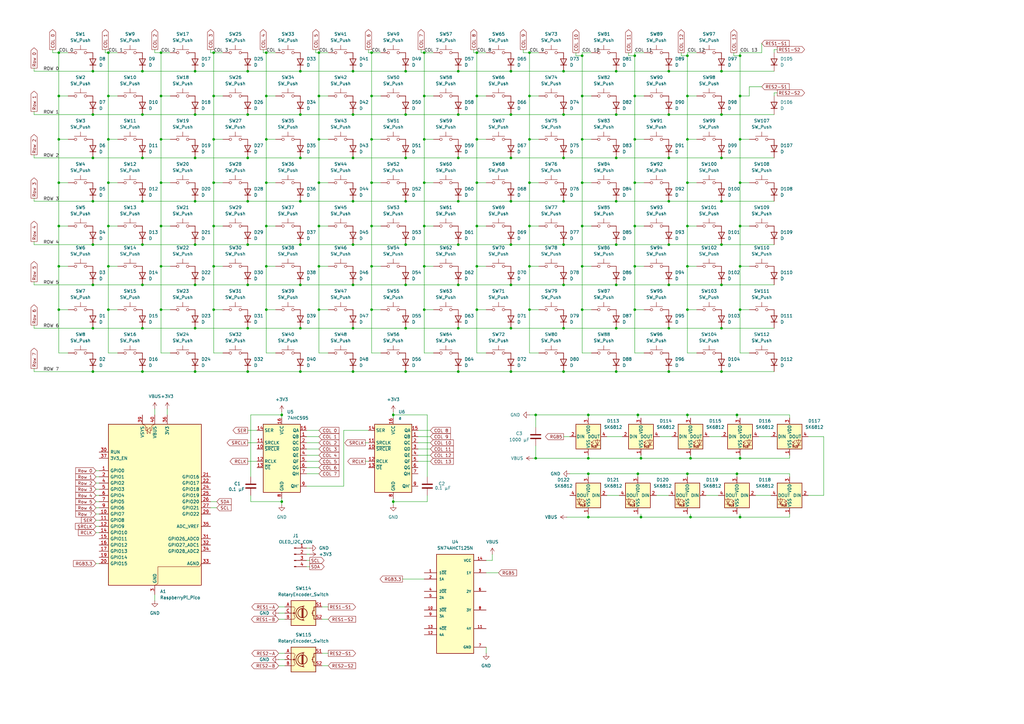
<source format=kicad_sch>
(kicad_sch (version 20250114) (generator "eeschema") (generator_version "9.0")
  (paper "A3")
  (junction (at 252.73 134.62))
  (junction (at 24.13 109.22))
  (junction (at 144.78 46.99))
  (junction (at 231.14 29.21))
  (junction (at 231.14 134.62))
  (junction (at 173.99 109.22))
  (junction (at 130.81 127))
  (junction (at 109.22 21.59))
  (junction (at 295.91 64.77))
  (junction (at 38.1 100.33))
  (junction (at 217.17 74.93))
  (junction (at 109.22 39.37))
  (junction (at 217.17 127))
  (junction (at 241.3 187.96))
  (junction (at 144.78 152.4))
  (junction (at 66.04 109.22))
  (junction (at 44.45 92.71))
  (junction (at 231.14 64.77))
  (junction (at 80.01 29.21))
  (junction (at 44.45 39.37))
  (junction (at 252.73 152.4))
  (junction (at 123.19 82.55))
  (junction (at 87.63 92.71))
  (junction (at 66.04 127))
  (junction (at 262.89 187.96))
  (junction (at 173.99 39.37))
  (junction (at 66.04 92.71))
  (junction (at 252.73 100.33))
  (junction (at 238.76 109.22))
  (junction (at 252.73 116.84))
  (junction (at 87.63 127))
  (junction (at 123.19 152.4))
  (junction (at 195.58 74.93))
  (junction (at 303.53 39.37))
  (junction (at 87.63 39.37))
  (junction (at 173.99 74.93))
  (junction (at 252.73 29.21))
  (junction (at 58.42 100.33))
  (junction (at 38.1 46.99))
  (junction (at 173.99 127))
  (junction (at 252.73 64.77))
  (junction (at 303.53 22.86))
  (junction (at 209.55 100.33))
  (junction (at 195.58 92.71))
  (junction (at 195.58 109.22))
  (junction (at 152.4 109.22))
  (junction (at 281.94 109.22))
  (junction (at 87.63 57.15))
  (junction (at 161.29 205.74))
  (junction (at 80.01 100.33))
  (junction (at 231.14 116.84))
  (junction (at 195.58 127))
  (junction (at 295.91 29.21))
  (junction (at 123.19 29.21))
  (junction (at 44.45 74.93))
  (junction (at 152.4 92.71))
  (junction (at 217.17 57.15))
  (junction (at 130.81 39.37))
  (junction (at 144.78 29.21))
  (junction (at 260.35 39.37))
  (junction (at 238.76 92.71))
  (junction (at 231.14 152.4))
  (junction (at 231.14 100.33))
  (junction (at 281.94 39.37))
  (junction (at 144.78 64.77))
  (junction (at 130.81 92.71))
  (junction (at 217.17 109.22))
  (junction (at 130.81 21.59))
  (junction (at 303.53 74.93))
  (junction (at 173.99 57.15))
  (junction (at 231.14 82.55))
  (junction (at 295.91 100.33))
  (junction (at 161.29 170.18))
  (junction (at 274.32 46.99))
  (junction (at 152.4 57.15))
  (junction (at 187.96 46.99))
  (junction (at 80.01 152.4))
  (junction (at 260.35 127))
  (junction (at 80.01 134.62))
  (junction (at 274.32 100.33))
  (junction (at 209.55 29.21))
  (junction (at 209.55 134.62))
  (junction (at 24.13 39.37))
  (junction (at 66.04 21.59))
  (junction (at 115.57 170.18))
  (junction (at 66.04 57.15))
  (junction (at 166.37 46.99))
  (junction (at 281.94 127))
  (junction (at 209.55 152.4))
  (junction (at 260.35 109.22))
  (junction (at 295.91 46.99))
  (junction (at 274.32 134.62))
  (junction (at 209.55 46.99))
  (junction (at 101.6 64.77))
  (junction (at 173.99 21.59))
  (junction (at 166.37 116.84))
  (junction (at 152.4 127))
  (junction (at 44.45 109.22))
  (junction (at 302.26 194.31))
  (junction (at 187.96 152.4))
  (junction (at 152.4 39.37))
  (junction (at 209.55 82.55))
  (junction (at 144.78 82.55))
  (junction (at 115.57 205.74))
  (junction (at 281.94 194.31))
  (junction (at 217.17 92.71))
  (junction (at 24.13 74.93))
  (junction (at 166.37 29.21))
  (junction (at 195.58 39.37))
  (junction (at 187.96 29.21))
  (junction (at 130.81 57.15))
  (junction (at 281.94 22.86))
  (junction (at 87.63 21.59))
  (junction (at 38.1 134.62))
  (junction (at 209.55 116.84))
  (junction (at 260.35 92.71))
  (junction (at 303.53 109.22))
  (junction (at 187.96 82.55))
  (junction (at 109.22 92.71))
  (junction (at 238.76 22.86))
  (junction (at 80.01 116.84))
  (junction (at 101.6 100.33))
  (junction (at 123.19 116.84))
  (junction (at 241.3 170.18))
  (junction (at 241.3 212.09))
  (junction (at 101.6 29.21))
  (junction (at 217.17 21.59))
  (junction (at 58.42 29.21))
  (junction (at 80.01 46.99))
  (junction (at 303.53 92.71))
  (junction (at 130.81 74.93))
  (junction (at 38.1 29.21))
  (junction (at 58.42 152.4))
  (junction (at 295.91 82.55))
  (junction (at 38.1 64.77))
  (junction (at 219.71 170.18))
  (junction (at 274.32 29.21))
  (junction (at 87.63 109.22))
  (junction (at 166.37 82.55))
  (junction (at 241.3 194.31))
  (junction (at 166.37 64.77))
  (junction (at 38.1 82.55))
  (junction (at 303.53 57.15))
  (junction (at 44.45 21.59))
  (junction (at 238.76 74.93))
  (junction (at 38.1 152.4))
  (junction (at 109.22 109.22))
  (junction (at 260.35 22.86))
  (junction (at 109.22 74.93))
  (junction (at 24.13 21.59))
  (junction (at 101.6 82.55))
  (junction (at 261.62 194.31))
  (junction (at 80.01 64.77))
  (junction (at 24.13 127))
  (junction (at 144.78 116.84))
  (junction (at 260.35 74.93))
  (junction (at 109.22 57.15))
  (junction (at 303.53 212.09))
  (junction (at 283.21 187.96))
  (junction (at 209.55 64.77))
  (junction (at 231.14 46.99))
  (junction (at 38.1 116.84))
  (junction (at 295.91 116.84))
  (junction (at 58.42 64.77))
  (junction (at 87.63 74.93))
  (junction (at 109.22 127))
  (junction (at 187.96 116.84))
  (junction (at 144.78 134.62))
  (junction (at 238.76 127))
  (junction (at 217.17 39.37))
  (junction (at 58.42 46.99))
  (junction (at 281.94 92.71))
  (junction (at 101.6 134.62))
  (junction (at 295.91 152.4))
  (junction (at 274.32 152.4))
  (junction (at 195.58 21.59))
  (junction (at 252.73 82.55))
  (junction (at 295.91 134.62))
  (junction (at 80.01 82.55))
  (junction (at 281.94 170.18))
  (junction (at 261.62 170.18))
  (junction (at 24.13 92.71))
  (junction (at 187.96 100.33))
  (junction (at 123.19 100.33))
  (junction (at 123.19 64.77))
  (junction (at 274.32 82.55))
  (junction (at 187.96 134.62))
  (junction (at 152.4 21.59))
  (junction (at 58.42 82.55))
  (junction (at 144.78 100.33))
  (junction (at 66.04 74.93))
  (junction (at 281.94 74.93))
  (junction (at 195.58 57.15))
  (junction (at 58.42 134.62))
  (junction (at 44.45 57.15))
  (junction (at 238.76 39.37))
  (junction (at 152.4 74.93))
  (junction (at 302.26 170.18))
  (junction (at 238.76 57.15))
  (junction (at 281.94 57.15))
  (junction (at 166.37 100.33))
  (junction (at 303.53 187.96))
  (junction (at 252.73 46.99))
  (junction (at 303.53 127))
  (junction (at 283.21 212.09))
  (junction (at 123.19 46.99))
  (junction (at 260.35 57.15))
  (junction (at 123.19 134.62))
  (junction (at 101.6 46.99))
  (junction (at 66.04 39.37))
  (junction (at 101.6 152.4))
  (junction (at 187.96 64.77))
  (junction (at 166.37 134.62))
  (junction (at 24.13 57.15))
  (junction (at 262.89 212.09))
  (junction (at 274.32 64.77))
  (junction (at 173.99 92.71))
  (junction (at 58.42 116.84))
  (junction (at 101.6 116.84))
  (junction (at 274.32 116.84))
  (junction (at 166.37 152.4))
  (junction (at 130.81 109.22))
  (junction (at 219.71 187.96))
  (junction (at 44.45 127))
  (wire (pts (xy 109.22 109.22) (xy 109.22 127)))
  (wire (pts (xy 130.81 57.15) (xy 130.81 74.93)))
  (wire (pts (xy 195.58 21.59) (xy 195.58 39.37)))
  (wire (pts (xy 87.63 127) (xy 87.63 144.78)))
  (wire (pts (xy 209.55 116.84) (xy 231.14 116.84)))
  (wire (pts (xy 283.21 187.96) (xy 303.53 187.96)))
  (wire (pts (xy 281.94 74.93) (xy 281.94 92.71)))
  (wire (pts (xy 281.94 109.22) (xy 281.94 127)))
  (wire (pts (xy 238.76 21.59) (xy 238.76 22.86)))
  (wire (pts (xy 295.91 116.84) (xy 317.5 116.84)))
  (wire (pts (xy 318.77 20.32) (xy 317.5 20.32)))
  (wire (pts (xy 233.68 194.31) (xy 241.3 194.31)))
  (wire (pts (xy 281.94 127) (xy 281.94 144.78)))
  (wire (pts (xy 238.76 127) (xy 238.76 144.78)))
  (wire (pts (xy 129.54 20.32) (xy 129.54 21.59)))
  (wire (pts (xy 283.21 186.69) (xy 283.21 187.96)))
  (wire (pts (xy 125.73 229.87) (xy 127 229.87)))
  (wire (pts (xy 44.45 109.22) (xy 44.45 127)))
  (wire (pts (xy 260.35 39.37) (xy 264.16 39.37)))
  (wire (pts (xy 274.32 64.77) (xy 295.91 64.77)))
  (wire (pts (xy 69.85 21.59) (xy 66.04 21.59)))
  (wire (pts (xy 113.03 21.59) (xy 109.22 21.59)))
  (wire (pts (xy 171.45 179.07) (xy 176.53 179.07)))
  (wire (pts (xy 307.34 39.37) (xy 307.34 35.56)))
  (wire (pts (xy 252.73 116.84) (xy 274.32 116.84)))
  (wire (pts (xy 152.4 39.37) (xy 156.21 39.37)))
  (wire (pts (xy 217.17 57.15) (xy 220.98 57.15)))
  (wire (pts (xy 337.82 179.07) (xy 337.82 203.2)))
  (wire (pts (xy 66.04 144.78) (xy 69.85 144.78)))
  (wire (pts (xy 66.04 92.71) (xy 66.04 109.22)))
  (wire (pts (xy 152.4 57.15) (xy 156.21 57.15)))
  (wire (pts (xy 39.37 208.28) (xy 40.64 208.28)))
  (wire (pts (xy 161.29 170.18) (xy 161.29 171.45)))
  (wire (pts (xy 39.37 231.14) (xy 40.64 231.14)))
  (wire (pts (xy 129.54 21.59) (xy 130.81 21.59)))
  (wire (pts (xy 262.89 187.96) (xy 283.21 187.96)))
  (wire (pts (xy 91.44 21.59) (xy 87.63 21.59)))
  (wire (pts (xy 109.22 39.37) (xy 109.22 57.15)))
  (wire (pts (xy 285.75 21.59) (xy 281.94 21.59)))
  (wire (pts (xy 238.76 22.86) (xy 238.76 39.37)))
  (wire (pts (xy 130.81 92.71) (xy 134.62 92.71)))
  (wire (pts (xy 152.4 92.71) (xy 156.21 92.71)))
  (wire (pts (xy 173.99 74.93) (xy 173.99 92.71)))
  (wire (pts (xy 130.81 21.59) (xy 130.81 39.37)))
  (wire (pts (xy 209.55 134.62) (xy 231.14 134.62)))
  (wire (pts (xy 175.26 195.58) (xy 175.26 170.18)))
  (wire (pts (xy 209.55 64.77) (xy 231.14 64.77)))
  (wire (pts (xy 115.57 207.01) (xy 115.57 205.74)))
  (wire (pts (xy 175.26 170.18) (xy 161.29 170.18)))
  (wire (pts (xy 80.01 134.62) (xy 101.6 134.62)))
  (wire (pts (xy 279.4 21.59) (xy 279.4 22.86)))
  (wire (pts (xy 219.71 182.88) (xy 219.71 187.96)))
  (wire (pts (xy 123.19 82.55) (xy 144.78 82.55)))
  (wire (pts (xy 24.13 39.37) (xy 27.94 39.37)))
  (wire (pts (xy 303.53 144.78) (xy 307.34 144.78)))
  (wire (pts (xy 274.32 82.55) (xy 295.91 82.55)))
  (wire (pts (xy 115.57 170.18) (xy 115.57 171.45)))
  (wire (pts (xy 274.32 203.2) (xy 269.24 203.2)))
  (wire (pts (xy 39.37 203.2) (xy 40.64 203.2)))
  (wire (pts (xy 66.04 39.37) (xy 69.85 39.37)))
  (wire (pts (xy 295.91 152.4) (xy 317.5 152.4)))
  (wire (pts (xy 238.76 109.22) (xy 242.57 109.22)))
  (wire (pts (xy 295.91 134.62) (xy 317.5 134.62)))
  (wire (pts (xy 219.71 187.96) (xy 241.3 187.96)))
  (wire (pts (xy 302.26 194.31) (xy 323.85 194.31)))
  (wire (pts (xy 44.45 127) (xy 44.45 144.78)))
  (wire (pts (xy 144.78 46.99) (xy 166.37 46.99)))
  (wire (pts (xy 257.81 22.86) (xy 260.35 22.86)))
  (wire (pts (xy 102.87 203.2) (xy 102.87 205.74)))
  (wire (pts (xy 13.97 152.4) (xy 38.1 152.4)))
  (wire (pts (xy 161.29 204.47) (xy 161.29 205.74)))
  (wire (pts (xy 260.35 57.15) (xy 260.35 74.93)))
  (wire (pts (xy 13.97 27.94) (xy 13.97 29.21)))
  (wire (pts (xy 317.5 39.37) (xy 317.5 38.1)))
  (wire (pts (xy 66.04 109.22) (xy 66.04 127)))
  (wire (pts (xy 252.73 100.33) (xy 274.32 100.33)))
  (wire (pts (xy 219.71 170.18) (xy 219.71 175.26)))
  (wire (pts (xy 13.97 115.57) (xy 13.97 116.84)))
  (wire (pts (xy 261.62 194.31) (xy 281.94 194.31)))
  (wire (pts (xy 281.94 109.22) (xy 285.75 109.22)))
  (wire (pts (xy 24.13 127) (xy 27.94 127)))
  (wire (pts (xy 66.04 74.93) (xy 66.04 92.71)))
  (wire (pts (xy 261.62 170.18) (xy 261.62 171.45)))
  (wire (pts (xy 152.4 21.59) (xy 152.4 39.37)))
  (wire (pts (xy 123.19 46.99) (xy 144.78 46.99)))
  (wire (pts (xy 152.4 127) (xy 152.4 144.78)))
  (wire (pts (xy 264.16 21.59) (xy 260.35 21.59)))
  (wire (pts (xy 260.35 109.22) (xy 264.16 109.22)))
  (wire (pts (xy 109.22 57.15) (xy 113.03 57.15)))
  (wire (pts (xy 281.94 127) (xy 285.75 127)))
  (wire (pts (xy 101.6 116.84) (xy 123.19 116.84)))
  (wire (pts (xy 123.19 152.4) (xy 144.78 152.4)))
  (wire (pts (xy 152.4 39.37) (xy 152.4 57.15)))
  (wire (pts (xy 87.63 57.15) (xy 87.63 74.93)))
  (wire (pts (xy 109.22 39.37) (xy 113.03 39.37)))
  (wire (pts (xy 125.73 184.15) (xy 130.81 184.15)))
  (wire (pts (xy 187.96 82.55) (xy 209.55 82.55)))
  (wire (pts (xy 187.96 134.62) (xy 209.55 134.62)))
  (wire (pts (xy 109.22 21.59) (xy 109.22 39.37)))
  (wire (pts (xy 166.37 116.84) (xy 187.96 116.84)))
  (wire (pts (xy 130.81 39.37) (xy 134.62 39.37)))
  (wire (pts (xy 331.47 179.07) (xy 337.82 179.07)))
  (wire (pts (xy 337.82 203.2) (xy 331.47 203.2)))
  (wire (pts (xy 144.78 82.55) (xy 166.37 82.55)))
  (wire (pts (xy 115.57 204.47) (xy 115.57 205.74)))
  (wire (pts (xy 260.35 74.93) (xy 264.16 74.93)))
  (wire (pts (xy 171.45 184.15) (xy 176.53 184.15)))
  (wire (pts (xy 283.21 212.09) (xy 303.53 212.09)))
  (wire (pts (xy 125.73 179.07) (xy 130.81 179.07)))
  (wire (pts (xy 295.91 29.21) (xy 317.5 29.21)))
  (wire (pts (xy 217.17 170.18) (xy 219.71 170.18)))
  (wire (pts (xy 209.55 29.21) (xy 231.14 29.21)))
  (wire (pts (xy 173.99 109.22) (xy 177.8 109.22)))
  (wire (pts (xy 21.59 21.59) (xy 24.13 21.59)))
  (wire (pts (xy 140.97 176.53) (xy 151.13 176.53)))
  (wire (pts (xy 24.13 92.71) (xy 24.13 109.22)))
  (wire (pts (xy 109.22 109.22) (xy 113.03 109.22)))
  (wire (pts (xy 238.76 74.93) (xy 242.57 74.93)))
  (wire (pts (xy 80.01 116.84) (xy 101.6 116.84)))
  (wire (pts (xy 132.08 273.05) (xy 134.62 273.05)))
  (wire (pts (xy 125.73 194.31) (xy 130.81 194.31)))
  (wire (pts (xy 217.17 144.78) (xy 220.98 144.78)))
  (wire (pts (xy 13.97 45.72) (xy 13.97 46.99)))
  (wire (pts (xy 44.45 57.15) (xy 44.45 74.93)))
  (wire (pts (xy 38.1 29.21) (xy 58.42 29.21)))
  (wire (pts (xy 161.29 207.01) (xy 161.29 205.74)))
  (wire (pts (xy 270.51 179.07) (xy 275.59 179.07)))
  (wire (pts (xy 195.58 39.37) (xy 199.39 39.37)))
  (wire (pts (xy 39.37 215.9) (xy 40.64 215.9)))
  (wire (pts (xy 241.3 194.31) (xy 241.3 195.58)))
  (wire (pts (xy 254 203.2) (xy 248.92 203.2)))
  (wire (pts (xy 24.13 109.22) (xy 27.94 109.22)))
  (wire (pts (xy 252.73 134.62) (xy 274.32 134.62)))
  (wire (pts (xy 303.53 21.59) (xy 303.53 22.86)))
  (wire (pts (xy 231.14 82.55) (xy 252.73 82.55)))
  (wire (pts (xy 109.22 144.78) (xy 113.03 144.78)))
  (wire (pts (xy 187.96 64.77) (xy 209.55 64.77)))
  (wire (pts (xy 109.22 74.93) (xy 113.03 74.93)))
  (wire (pts (xy 175.26 205.74) (xy 161.29 205.74)))
  (wire (pts (xy 260.35 22.86) (xy 260.35 39.37)))
  (wire (pts (xy 125.73 199.39) (xy 140.97 199.39)))
  (wire (pts (xy 199.39 267.97) (xy 199.39 265.43)))
  (wire (pts (xy 199.39 234.95) (xy 204.47 234.95)))
  (wire (pts (xy 173.99 39.37) (xy 177.8 39.37)))
  (wire (pts (xy 132.08 254) (xy 134.62 254)))
  (wire (pts (xy 109.22 92.71) (xy 113.03 92.71)))
  (wire (pts (xy 109.22 57.15) (xy 109.22 74.93)))
  (wire (pts (xy 44.45 39.37) (xy 44.45 57.15)))
  (wire (pts (xy 238.76 92.71) (xy 242.57 92.71)))
  (wire (pts (xy 195.58 109.22) (xy 195.58 127)))
  (wire (pts (xy 302.26 170.18) (xy 302.26 171.45)))
  (wire (pts (xy 152.4 109.22) (xy 156.21 109.22)))
  (wire (pts (xy 316.23 203.2) (xy 309.88 203.2)))
  (wire (pts (xy 125.73 181.61) (xy 130.81 181.61)))
  (wire (pts (xy 152.4 109.22) (xy 152.4 127)))
  (wire (pts (xy 87.63 21.59) (xy 87.63 39.37)))
  (wire (pts (xy 125.73 224.79) (xy 127 224.79)))
  (wire (pts (xy 125.73 232.41) (xy 127 232.41)))
  (wire (pts (xy 58.42 82.55) (xy 80.01 82.55)))
  (wire (pts (xy 171.45 176.53) (xy 176.53 176.53)))
  (wire (pts (xy 274.32 152.4) (xy 295.91 152.4)))
  (wire (pts (xy 152.4 127) (xy 156.21 127)))
  (wire (pts (xy 283.21 210.82) (xy 283.21 212.09)))
  (wire (pts (xy 241.3 170.18) (xy 261.62 170.18)))
  (wire (pts (xy 177.8 21.59) (xy 173.99 21.59)))
  (wire (pts (xy 114.3 267.97) (xy 116.84 267.97)))
  (wire (pts (xy 218.44 187.96) (xy 219.71 187.96)))
  (wire (pts (xy 281.94 57.15) (xy 285.75 57.15)))
  (wire (pts (xy 87.63 109.22) (xy 91.44 109.22)))
  (wire (pts (xy 195.58 57.15) (xy 195.58 74.93)))
  (wire (pts (xy 130.81 39.37) (xy 130.81 57.15)))
  (wire (pts (xy 44.45 39.37) (xy 48.26 39.37)))
  (wire (pts (xy 219.71 170.18) (xy 241.3 170.18)))
  (wire (pts (xy 173.99 57.15) (xy 173.99 74.93)))
  (wire (pts (xy 303.53 109.22) (xy 303.53 127)))
  (wire (pts (xy 195.58 57.15) (xy 199.39 57.15)))
  (wire (pts (xy 187.96 29.21) (xy 209.55 29.21)))
  (wire (pts (xy 44.45 144.78) (xy 48.26 144.78)))
  (wire (pts (xy 166.37 134.62) (xy 187.96 134.62)))
  (wire (pts (xy 130.81 109.22) (xy 134.62 109.22)))
  (wire (pts (xy 63.5 21.59) (xy 66.04 21.59)))
  (wire (pts (xy 323.85 212.09) (xy 323.85 210.82)))
  (wire (pts (xy 195.58 39.37) (xy 195.58 57.15)))
  (wire (pts (xy 102.87 170.18) (xy 115.57 170.18)))
  (wire (pts (xy 87.63 39.37) (xy 87.63 57.15)))
  (wire (pts (xy 38.1 46.99) (xy 58.42 46.99)))
  (wire (pts (xy 87.63 74.93) (xy 91.44 74.93)))
  (wire (pts (xy 66.04 127) (xy 69.85 127)))
  (wire (pts (xy 303.53 22.86) (xy 303.53 39.37)))
  (wire (pts (xy 87.63 74.93) (xy 87.63 92.71)))
  (wire (pts (xy 39.37 195.58) (xy 40.64 195.58)))
  (wire (pts (xy 281.94 144.78) (xy 285.75 144.78)))
  (wire (pts (xy 187.96 116.84) (xy 209.55 116.84)))
  (wire (pts (xy 149.86 181.61) (xy 151.13 181.61)))
  (wire (pts (xy 252.73 64.77) (xy 274.32 64.77)))
  (wire (pts (xy 87.63 92.71) (xy 87.63 109.22)))
  (wire (pts (xy 242.57 21.59) (xy 238.76 21.59)))
  (wire (pts (xy 130.81 74.93) (xy 130.81 92.71)))
  (wire (pts (xy 281.94 194.31) (xy 302.26 194.31)))
  (wire (pts (xy 281.94 92.71) (xy 281.94 109.22)))
  (wire (pts (xy 274.32 46.99) (xy 295.91 46.99)))
  (wire (pts (xy 102.87 205.74) (xy 115.57 205.74)))
  (wire (pts (xy 43.18 20.32) (xy 43.18 21.59)))
  (wire (pts (xy 317.5 38.1) (xy 318.77 38.1)))
  (wire (pts (xy 238.76 57.15) (xy 242.57 57.15)))
  (wire (pts (xy 281.94 194.31) (xy 281.94 195.58)))
  (wire (pts (xy 123.19 134.62) (xy 144.78 134.62)))
  (wire (pts (xy 209.55 82.55) (xy 231.14 82.55)))
  (wire (pts (xy 13.97 29.21) (xy 38.1 29.21)))
  (wire (pts (xy 166.37 46.99) (xy 187.96 46.99)))
  (wire (pts (xy 281.94 170.18) (xy 302.26 170.18)))
  (wire (pts (xy 238.76 39.37) (xy 242.57 39.37)))
  (wire (pts (xy 238.76 57.15) (xy 238.76 74.93)))
  (wire (pts (xy 302.26 170.18) (xy 323.85 170.18)))
  (wire (pts (xy 303.53 186.69) (xy 303.53 187.96)))
  (wire (pts (xy 209.55 100.33) (xy 231.14 100.33)))
  (wire (pts (xy 13.97 64.77) (xy 38.1 64.77)))
  (wire (pts (xy 172.72 20.32) (xy 172.72 21.59)))
  (wire (pts (xy 39.37 198.12) (xy 40.64 198.12)))
  (wire (pts (xy 231.14 116.84) (xy 252.73 116.84)))
  (wire (pts (xy 312.42 21.59) (xy 312.42 17.78)))
  (wire (pts (xy 201.93 229.87) (xy 199.39 229.87)))
  (wire (pts (xy 44.45 21.59) (xy 44.45 39.37)))
  (wire (pts (xy 101.6 64.77) (xy 123.19 64.77)))
  (wire (pts (xy 260.35 127) (xy 260.35 144.78)))
  (wire (pts (xy 274.32 100.33) (xy 295.91 100.33)))
  (wire (pts (xy 38.1 82.55) (xy 58.42 82.55)))
  (wire (pts (xy 173.99 39.37) (xy 173.99 57.15)))
  (wire (pts (xy 194.31 21.59) (xy 195.58 21.59)))
  (wire (pts (xy 123.19 64.77) (xy 144.78 64.77)))
  (wire (pts (xy 151.13 20.32) (xy 151.13 21.59)))
  (wire (pts (xy 86.36 205.74) (xy 88.9 205.74)))
  (wire (pts (xy 231.14 29.21) (xy 252.73 29.21)))
  (wire (pts (xy 161.29 168.91) (xy 161.29 170.18)))
  (wire (pts (xy 144.78 152.4) (xy 166.37 152.4)))
  (wire (pts (xy 58.42 46.99) (xy 80.01 46.99)))
  (wire (pts (xy 173.99 144.78) (xy 177.8 144.78)))
  (wire (pts (xy 302.26 194.31) (xy 302.26 195.58)))
  (wire (pts (xy 125.73 191.77) (xy 130.81 191.77)))
  (wire (pts (xy 13.97 116.84) (xy 38.1 116.84)))
  (wire (pts (xy 166.37 152.4) (xy 187.96 152.4)))
  (wire (pts (xy 166.37 100.33) (xy 187.96 100.33)))
  (wire (pts (xy 107.95 21.59) (xy 109.22 21.59)))
  (wire (pts (xy 24.13 144.78) (xy 27.94 144.78)))
  (wire (pts (xy 24.13 57.15) (xy 27.94 57.15)))
  (wire (pts (xy 144.78 116.84) (xy 166.37 116.84)))
  (wire (pts (xy 166.37 64.77) (xy 187.96 64.77)))
  (wire (pts (xy 109.22 127) (xy 113.03 127)))
  (wire (pts (xy 102.87 195.58) (xy 102.87 170.18)))
  (wire (pts (xy 123.19 29.21) (xy 144.78 29.21)))
  (wire (pts (xy 274.32 116.84) (xy 295.91 116.84)))
  (wire (pts (xy 165.1 237.49) (xy 173.99 237.49)))
  (wire (pts (xy 195.58 144.78) (xy 199.39 144.78)))
  (wire (pts (xy 39.37 193.04) (xy 40.64 193.04)))
  (wire (pts (xy 80.01 100.33) (xy 101.6 100.33)))
  (wire (pts (xy 38.1 116.84) (xy 58.42 116.84)))
  (wire (pts (xy 38.1 152.4) (xy 58.42 152.4)))
  (wire (pts (xy 241.3 212.09) (xy 262.89 212.09)))
  (wire (pts (xy 260.35 39.37) (xy 260.35 57.15)))
  (wire (pts (xy 236.22 21.59) (xy 236.22 22.86)))
  (wire (pts (xy 13.97 99.06) (xy 13.97 100.33)))
  (wire (pts (xy 58.42 100.33) (xy 80.01 100.33)))
  (wire (pts (xy 317.5 20.32) (xy 317.5 21.59)))
  (wire (pts (xy 144.78 64.77) (xy 166.37 64.77)))
  (wire (pts (xy 130.81 127) (xy 134.62 127)))
  (wire (pts (xy 152.4 57.15) (xy 152.4 74.93)))
  (wire (pts (xy 125.73 189.23) (xy 130.81 189.23)))
  (wire (pts (xy 295.91 64.77) (xy 317.5 64.77)))
  (wire (pts (xy 68.58 167.64) (xy 68.58 170.18)))
  (wire (pts (xy 13.97 82.55) (xy 38.1 82.55)))
  (wire (pts (xy 114.3 248.92) (xy 116.84 248.92)))
  (wire (pts (xy 107.95 20.32) (xy 107.95 21.59)))
  (wire (pts (xy 130.81 92.71) (xy 130.81 109.22)))
  (wire (pts (xy 24.13 127) (xy 24.13 144.78)))
  (wire (pts (xy 87.63 127) (xy 91.44 127)))
  (wire (pts (xy 140.97 199.39) (xy 140.97 176.53)))
  (wire (pts (xy 58.42 152.4) (xy 80.01 152.4)))
  (wire (pts (xy 303.53 39.37) (xy 303.53 57.15)))
  (wire (pts (xy 58.42 29.21) (xy 80.01 29.21)))
  (wire (pts (xy 217.17 92.71) (xy 220.98 92.71)))
  (wire (pts (xy 39.37 218.44) (xy 40.64 218.44)))
  (wire (pts (xy 114.3 254) (xy 116.84 254)))
  (wire (pts (xy 109.22 74.93) (xy 109.22 92.71)))
  (wire (pts (xy 123.19 116.84) (xy 144.78 116.84)))
  (wire (pts (xy 166.37 82.55) (xy 187.96 82.55)))
  (wire (pts (xy 231.14 46.99) (xy 252.73 46.99)))
  (wire (pts (xy 132.08 267.97) (xy 134.62 267.97)))
  (wire (pts (xy 241.3 210.82) (xy 241.3 212.09)))
  (wire (pts (xy 236.22 22.86) (xy 238.76 22.86)))
  (wire (pts (xy 303.53 127) (xy 307.34 127)))
  (wire (pts (xy 87.63 144.78) (xy 91.44 144.78)))
  (wire (pts (xy 238.76 39.37) (xy 238.76 57.15)))
  (wire (pts (xy 262.89 186.69) (xy 262.89 187.96)))
  (wire (pts (xy 38.1 64.77) (xy 58.42 64.77)))
  (wire (pts (xy 58.42 134.62) (xy 80.01 134.62)))
  (wire (pts (xy 303.53 210.82) (xy 303.53 212.09)))
  (wire (pts (xy 248.92 179.07) (xy 255.27 179.07)))
  (wire (pts (xy 217.17 74.93) (xy 220.98 74.93)))
  (wire (pts (xy 80.01 46.99) (xy 101.6 46.99)))
  (wire (pts (xy 173.99 92.71) (xy 177.8 92.71)))
  (wire (pts (xy 195.58 127) (xy 195.58 144.78)))
  (wire (pts (xy 101.6 181.61) (xy 105.41 181.61)))
  (wire (pts (xy 13.97 134.62) (xy 38.1 134.62)))
  (wire (pts (xy 24.13 39.37) (xy 24.13 57.15)))
  (wire (pts (xy 195.58 74.93) (xy 199.39 74.93)))
  (wire (pts (xy 195.58 92.71) (xy 195.58 109.22)))
  (wire (pts (xy 209.55 152.4) (xy 231.14 152.4)))
  (wire (pts (xy 274.32 29.21) (xy 295.91 29.21)))
  (wire (pts (xy 252.73 46.99) (xy 274.32 46.99)))
  (wire (pts (xy 217.17 74.93) (xy 217.17 92.71)))
  (wire (pts (xy 39.37 210.82) (xy 40.64 210.82)))
  (wire (pts (xy 303.53 92.71) (xy 307.34 92.71)))
  (wire (pts (xy 21.59 20.32) (xy 21.59 21.59)))
  (wire (pts (xy 238.76 127) (xy 242.57 127)))
  (wire (pts (xy 260.35 144.78) (xy 264.16 144.78)))
  (wire (pts (xy 241.3 170.18) (xy 241.3 171.45)))
  (wire (pts (xy 166.37 29.21) (xy 187.96 29.21)))
  (wire (pts (xy 132.08 248.92) (xy 134.62 248.92)))
  (wire (pts (xy 44.45 92.71) (xy 44.45 109.22)))
  (wire (pts (xy 144.78 100.33) (xy 166.37 100.33)))
  (wire (pts (xy 114.3 270.51) (xy 116.84 270.51)))
  (wire (pts (xy 101.6 134.62) (xy 123.19 134.62)))
  (wire (pts (xy 130.81 57.15) (xy 134.62 57.15)))
  (wire (pts (xy 44.45 74.93) (xy 48.26 74.93)))
  (wire (pts (xy 24.13 92.71) (xy 27.94 92.71)))
  (wire (pts (xy 66.04 127) (xy 66.04 144.78)))
  (wire (pts (xy 217.17 21.59) (xy 217.17 39.37)))
  (wire (pts (xy 281.94 39.37) (xy 281.94 57.15)))
  (wire (pts (xy 241.3 186.69) (xy 241.3 187.96)))
  (wire (pts (xy 13.97 63.5) (xy 13.97 64.77)))
  (wire (pts (xy 194.31 20.32) (xy 194.31 21.59)))
  (wire (pts (xy 281.94 92.71) (xy 285.75 92.71)))
  (wire (pts (xy 307.34 35.56) (xy 312.42 35.56)))
  (wire (pts (xy 260.35 92.71) (xy 260.35 109.22)))
  (wire (pts (xy 252.73 29.21) (xy 274.32 29.21)))
  (wire (pts (xy 39.37 205.74) (xy 40.64 205.74)))
  (wire (pts (xy 156.21 21.59) (xy 152.4 21.59)))
  (wire (pts (xy 214.63 21.59) (xy 217.17 21.59)))
  (wire (pts (xy 294.64 203.2) (xy 289.56 203.2)))
  (wire (pts (xy 63.5 243.84) (xy 63.5 246.38)))
  (wire (pts (xy 13.97 133.35) (xy 13.97 134.62)))
  (wire (pts (xy 195.58 109.22) (xy 199.39 109.22)))
  (wire (pts (xy 279.4 22.86) (xy 281.94 22.86)))
  (wire (pts (xy 171.45 186.69) (xy 176.53 186.69)))
  (wire (pts (xy 303.53 39.37) (xy 307.34 39.37)))
  (wire (pts (xy 220.98 21.59) (xy 217.17 21.59)))
  (wire (pts (xy 87.63 57.15) (xy 91.44 57.15)))
  (wire (pts (xy 217.17 57.15) (xy 217.17 74.93)))
  (wire (pts (xy 290.83 179.07) (xy 295.91 179.07)))
  (wire (pts (xy 38.1 100.33) (xy 58.42 100.33)))
  (wire (pts (xy 123.19 100.33) (xy 144.78 100.33)))
  (wire (pts (xy 173.99 127) (xy 173.99 144.78)))
  (wire (pts (xy 109.22 92.71) (xy 109.22 109.22)))
  (wire (pts (xy 241.3 194.31) (xy 261.62 194.31)))
  (wire (pts (xy 134.62 21.59) (xy 130.81 21.59)))
  (wire (pts (xy 281.94 170.18) (xy 281.94 171.45)))
  (wire (pts (xy 87.63 92.71) (xy 91.44 92.71)))
  (wire (pts (xy 260.35 57.15) (xy 264.16 57.15)))
  (wire (pts (xy 261.62 194.31) (xy 261.62 195.58)))
  (wire (pts (xy 295.91 100.33) (xy 317.5 100.33)))
  (wire (pts (xy 231.14 100.33) (xy 252.73 100.33)))
  (wire (pts (xy 262.89 212.09) (xy 283.21 212.09)))
  (wire (pts (xy 66.04 57.15) (xy 66.04 74.93)))
  (wire (pts (xy 101.6 100.33) (xy 123.19 100.33)))
  (wire (pts (xy 217.17 92.71) (xy 217.17 109.22)))
  (wire (pts (xy 260.35 21.59) (xy 260.35 22.86)))
  (wire (pts (xy 232.41 212.09) (xy 241.3 212.09)))
  (wire (pts (xy 217.17 109.22) (xy 217.17 127)))
  (wire (pts (xy 281.94 22.86) (xy 281.94 39.37)))
  (wire (pts (xy 86.36 208.28) (xy 88.9 208.28)))
  (wire (pts (xy 13.97 46.99) (xy 38.1 46.99)))
  (wire (pts (xy 173.99 127) (xy 177.8 127)))
  (wire (pts (xy 201.93 227.33) (xy 201.93 229.87)))
  (wire (pts (xy 66.04 21.59) (xy 66.04 39.37)))
  (wire (pts (xy 303.53 127) (xy 303.53 144.78)))
  (wire (pts (xy 274.32 134.62) (xy 295.91 134.62)))
  (wire (pts (xy 39.37 213.36) (xy 40.64 213.36)))
  (wire (pts (xy 187.96 152.4) (xy 209.55 152.4)))
  (wire (pts (xy 63.5 167.64) (xy 63.5 170.18)))
  (wire (pts (xy 217.17 127) (xy 217.17 144.78)))
  (wire (pts (xy 48.26 21.59) (xy 44.45 21.59)))
  (wire (pts (xy 130.81 127) (xy 130.81 144.78)))
  (wire (pts (xy 152.4 74.93) (xy 156.21 74.93)))
  (wire (pts (xy 152.4 74.93) (xy 152.4 92.71)))
  (wire (pts (xy 195.58 92.71) (xy 199.39 92.71)))
  (wire (pts (xy 187.96 100.33) (xy 209.55 100.33)))
  (wire (pts (xy 172.72 21.59) (xy 173.99 21.59)))
  (wire (pts (xy 281.94 74.93) (xy 285.75 74.93)))
  (wire (pts (xy 173.99 109.22) (xy 173.99 127)))
  (wire (pts (xy 238.76 74.93) (xy 238.76 92.71)))
  (wire (pts (xy 300.99 21.59) (xy 300.99 22.86)))
  (wire (pts (xy 231.14 152.4) (xy 252.73 152.4)))
  (wire (pts (xy 44.45 127) (xy 48.26 127)))
  (wire (pts (xy 63.5 20.32) (xy 63.5 21.59)))
  (wire (pts (xy 217.17 127) (xy 220.98 127)))
  (wire (pts (xy 151.13 21.59) (xy 152.4 21.59)))
  (wire (pts (xy 323.85 194.31) (xy 323.85 195.58)))
  (wire (pts (xy 238.76 109.22) (xy 238.76 127)))
  (wire (pts (xy 109.22 127) (xy 109.22 144.78)))
  (wire (pts (xy 66.04 92.71) (xy 69.85 92.71)))
  (wire (pts (xy 80.01 152.4) (xy 101.6 152.4)))
  (wire (pts (xy 27.94 21.59) (xy 24.13 21.59)))
  (wire (pts (xy 171.45 189.23) (xy 176.53 189.23)))
  (wire (pts (xy 238.76 144.78) (xy 242.57 144.78)))
  (wire (pts (xy 24.13 74.93) (xy 24.13 92.71)))
  (wire (pts (xy 260.35 74.93) (xy 260.35 92.71)))
  (wire (pts (xy 125.73 186.69) (xy 130.81 186.69)))
  (wire (pts (xy 38.1 134.62) (xy 58.42 134.62)))
  (wire (pts (xy 66.04 57.15) (xy 69.85 57.15)))
  (wire (pts (xy 173.99 92.71) (xy 173.99 109.22)))
  (wire (pts (xy 66.04 109.22) (xy 69.85 109.22)))
  (wire (pts (xy 130.81 144.78) (xy 134.62 144.78)))
  (wire (pts (xy 252.73 82.55) (xy 274.32 82.55)))
  (wire (pts (xy 214.63 20.32) (xy 214.63 21.59)))
  (wire (pts (xy 86.36 20.32) (xy 86.36 21.59)))
  (wire (pts (xy 217.17 39.37) (xy 217.17 57.15)))
  (wire (pts (xy 173.99 74.93) (xy 177.8 74.93)))
  (wire (pts (xy 323.85 187.96) (xy 323.85 186.69)))
  (wire (pts (xy 86.36 21.59) (xy 87.63 21.59)))
  (wire (pts (xy 101.6 176.53) (xy 105.41 176.53)))
  (wire (pts (xy 43.18 21.59) (xy 44.45 21.59)))
  (wire (pts (xy 238.76 92.71) (xy 238.76 109.22)))
  (wire (pts (xy 295.91 46.99) (xy 317.5 46.99)))
  (wire (pts (xy 152.4 144.78) (xy 156.21 144.78)))
  (wire (pts (xy 144.78 134.62) (xy 166.37 134.62)))
  (wire (pts (xy 130.81 109.22) (xy 130.81 127)))
  (wire (pts (xy 303.53 74.93) (xy 307.34 74.93)))
  (wire (pts (xy 87.63 109.22) (xy 87.63 127)))
  (wire (pts (xy 66.04 39.37) (xy 66.04 57.15)))
  (wire (pts (xy 209.55 46.99) (xy 231.14 46.99)))
  (wire (pts (xy 260.35 127) (xy 264.16 127)))
  (wire (pts (xy 187.96 46.99) (xy 209.55 46.99)))
  (wire (pts (xy 281.94 21.59) (xy 281.94 22.86)))
  (wire (pts (xy 87.63 39.37) (xy 91.44 39.37)))
  (wire (pts (xy 44.45 109.22) (xy 48.26 109.22)))
  (wire (pts (xy 24.13 21.59) (xy 24.13 39.37)))
  (wire (pts (xy 303.53 92.71) (xy 303.53 109.22)))
  (wire (pts (xy 303.53 74.93) (xy 303.53 92.71)))
  (wire (pts (xy 303.53 109.22) (xy 307.34 109.22)))
  (wire (pts (xy 171.45 181.61) (xy 176.53 181.61)))
  (wire (pts (xy 303.53 21.59) (xy 312.42 21.59)))
  (wire (pts (xy 101.6 29.21) (xy 123.19 29.21)))
  (wire (pts (xy 24.13 57.15) (xy 24.13 74.93)))
  (wire (pts (xy 252.73 152.4) (xy 274.32 152.4)))
  (wire (pts (xy 281.94 39.37) (xy 285.75 39.37)))
  (wire (pts (xy 152.4 92.71) (xy 152.4 109.22)))
  (wire (pts (xy 39.37 200.66) (xy 40.64 200.66)))
  (wire (pts (xy 101.6 46.99) (xy 123.19 46.99)))
  (wire (pts (xy 303.53 187.96) (xy 323.85 187.96)))
  (wire (pts (xy 58.42 116.84) (xy 80.01 116.84)))
  (wire (pts (xy 101.6 82.55) (xy 123.19 82.55)))
  (wire (pts (xy 24.13 109.22) (xy 24.13 127)))
  (wire (pts (xy 260.35 92.71) (xy 264.16 92.71)))
  (wire (pts (xy 260.35 109.22) (xy 260.35 127)))
  (wire (pts (xy 44.45 74.93) (xy 44.45 92.71)))
  (wire (pts (xy 231.14 64.77) (xy 252.73 64.77)))
  (wire (pts (xy 323.85 170.18) (xy 323.85 171.45)))
  (wire (pts (xy 173.99 21.59) (xy 173.99 39.37)))
  (wire (pts (xy 114.3 251.46) (xy 116.84 251.46)))
  (wire (pts (xy 231.14 179.07) (xy 233.68 179.07)))
  (wire (pts (xy 300.99 22.86) (xy 303.53 22.86)))
  (wire (pts (xy 173.99 57.15) (xy 177.8 57.15)))
  (wire (pts (xy 195.58 74.93) (xy 195.58 92.71)))
  (wire (pts (xy 199.39 21.59) (xy 195.58 21.59)))
  (wire (pts (xy 195.58 127) (xy 199.39 127)))
  (wire (pts (xy 125.73 176.53) (xy 130.81 176.53)))
  (wire (pts (xy 295.91 82.55) (xy 317.5 82.55)))
  (wire (pts (xy 130.81 74.93) (xy 134.62 74.93)))
  (wire (pts (xy 101.6 189.23) (xy 105.41 189.23)))
  (wire (pts (xy 311.15 179.07) (xy 316.23 179.07)))
  (wire (pts (xy 80.01 82.55) (xy 101.6 82.55)))
  (wire (pts (xy 231.14 134.62) (xy 252.73 134.62)))
  (wire (pts (xy 303.53 212.09) (xy 323.85 212.09)))
  (wire (pts (xy 24.13 74.93) (xy 27.94 74.93)))
  (wire (pts (xy 217.17 109.22) (xy 220.98 109.22)))
  (wire (pts (xy 149.86 189.23) (xy 151.13 189.23)))
  (wire (pts (xy 303.53 57.15) (xy 303.53 74.93)))
  (wire (pts (xy 144.78 29.21) (xy 166.37 29.21)))
  (wire (pts (xy 13.97 100.33) (xy 38.1 100.33)))
  (wire (pts (xy 281.94 57.15) (xy 281.94 74.93)))
  (wire (pts (xy 257.81 21.59) (xy 257.81 22.86)))
  (wire (pts (xy 80.01 29.21) (xy 101.6 29.21)))
  (wire (pts (xy 217.17 39.37) (xy 220.98 39.37)))
  (wire (pts (xy 66.04 74.93) (xy 69.85 74.93)))
  (wire (pts (xy 13.97 151.13) (xy 13.97 152.4)))
  (wire (pts (xy 262.89 210.82) (xy 262.89 212.09)))
  (wire (pts (xy 115.57 168.91) (xy 115.57 170.18)))
  (wire (pts (xy 241.3 187.96) (xy 262.89 187.96)))
  (wire (pts (xy 114.3 273.05) (xy 116.84 273.05)))
  (wire (pts (xy 125.73 227.33) (xy 127 227.33)))
  (wire (pts (xy 13.97 81.28) (xy 13.97 82.55)))
  (wire (pts (xy 303.53 57.15) (xy 307.34 57.15)))
  (wire (pts (xy 58.42 64.77) (xy 80.01 64.77)))
  (wire (pts (xy 44.45 92.71) (xy 48.26 92.71)))
  (wire (pts (xy 261.62 170.18) (xy 281.94 170.18)))
  (wire (pts (xy 101.6 152.4) (xy 123.19 152.4)))
  (wire (pts (xy 175.26 203.2) (xy 175.26 205.74)))
  (wire (pts (xy 44.45 57.15) (xy 48.26 57.15)))
  (wire (pts (xy 80.01 64.77) (xy 101.6 64.77)))
  (label "COL 9" (at 217.17 21.59 0))
  (label "COL 3" (at 87.63 21.59 0))
  (label "ROW 0" (at 17.78 29.21 0))
  (label "ROW 2" (at 17.78 64.77 0))
  (label "ROW 1" (at 17.78 46.99 0))
  (label "COL 0" (at 24.13 21.59 0))
  (label "ROW 6" (at 17.78 134.62 0))
  (label "COL 6" (at 152.4 21.59 0))
  (label "ROW 3" (at 17.78 82.55 0))
  (label "COL 2" (at 66.04 21.59 0))
  (label "ROW 4" (at 17.78 100.33 0))
  (label "COL 7" (at 173.99 21.59 0))
  (label "COL 13" (at 303.53 21.59 0))
  (label "ROW 5" (at 17.78 116.84 0))
  (label "COL 1" (at 44.45 21.59 0))
  (label "ROW 7" (at 17.78 152.4 0))
  (label "COL 12" (at 281.94 21.59 0))
  (label "COL 11" (at 260.35 21.59 0))
  (label "COL 8" (at 195.58 21.59 0))
  (label "COL 10" (at 238.76 21.59 0))
  (label "COL 5" (at 130.81 21.59 0))
  (label "COL 4" (at 109.22 21.59 0))
  (global_label "SRCLK" (shape output) (at 149.86 181.61 180) (property "Intersheetrefs" "${INTERSHEET_REFS}" (effects (hide yes))))
  (global_label "SRCLK" (shape output) (at 101.6 181.61 180) (property "Intersheetrefs" "${INTERSHEET_REFS}" (effects (hide yes))))
  (global_label "RES1-B" (shape bidirectional) (at 114.3 254 180) (property "Intersheetrefs" "${INTERSHEET_REFS}" (effects (hide yes))))
  (global_label "Row 3" (shape output) (at 13.97 81.28 90) (property "Intersheetrefs" "${INTERSHEET_REFS}" (effects (hide yes))))
  (global_label "SDA" (shape output) (at 127 232.41 0) (property "Intersheetrefs" "${INTERSHEET_REFS}" (effects (hide yes))))
  (global_label "Row 0" (shape input) (at 39.37 193.04 180) (property "Intersheetrefs" "${INTERSHEET_REFS}" (effects (hide yes))))
  (global_label "COL 4" (shape input) (at 130.81 186.69 0) (property "Intersheetrefs" "${INTERSHEET_REFS}" (effects (hide yes))))
  (global_label "COL 9" (shape input) (at 176.53 179.07 0) (property "Intersheetrefs" "${INTERSHEET_REFS}" (effects (hide yes))))
  (global_label "RES1-S2" (shape input) (at 134.62 254 0) (property "Intersheetrefs" "${INTERSHEET_REFS}" (effects (hide yes))))
  (global_label "RES1-S1" (shape input) (at 312.42 17.78 0) (property "Intersheetrefs" "${INTERSHEET_REFS}" (effects (hide yes))))
  (global_label "COL 11" (shape output) (at 257.81 21.59 90) (property "Intersheetrefs" "${INTERSHEET_REFS}" (effects (hide yes))))
  (global_label "RES1-S1" (shape output) (at 134.62 248.92 0) (property "Intersheetrefs" "${INTERSHEET_REFS}" (effects (hide yes))))
  (global_label "RCLK" (shape output) (at 101.6 189.23 180) (property "Intersheetrefs" "${INTERSHEET_REFS}" (effects (hide yes))))
  (global_label "Row 2" (shape output) (at 13.97 63.5 90) (property "Intersheetrefs" "${INTERSHEET_REFS}" (effects (hide yes))))
  (global_label "Row 3" (shape input) (at 39.37 200.66 180) (property "Intersheetrefs" "${INTERSHEET_REFS}" (effects (hide yes))))
  (global_label "COL 2" (shape input) (at 130.81 181.61 0) (property "Intersheetrefs" "${INTERSHEET_REFS}" (effects (hide yes))))
  (global_label "Row 5" (shape output) (at 13.97 115.57 90) (property "Intersheetrefs" "${INTERSHEET_REFS}" (effects (hide yes))))
  (global_label "RGB5" (shape output) (at 231.14 179.07 180) (property "Intersheetrefs" "${INTERSHEET_REFS}" (effects (hide yes))))
  (global_label "RES1-S2" (shape output) (at 318.77 20.32 0) (property "Intersheetrefs" "${INTERSHEET_REFS}" (effects (hide yes))))
  (global_label "COL 0" (shape output) (at 21.59 20.32 90) (property "Intersheetrefs" "${INTERSHEET_REFS}" (effects (hide yes))))
  (global_label "Row 5" (shape input) (at 39.37 205.74 180) (property "Intersheetrefs" "${INTERSHEET_REFS}" (effects (hide yes))))
  (global_label "COL 3" (shape input) (at 130.81 184.15 0) (property "Intersheetrefs" "${INTERSHEET_REFS}" (effects (hide yes))))
  (global_label "RES1-A" (shape bidirectional) (at 114.3 248.92 180) (property "Intersheetrefs" "${INTERSHEET_REFS}" (effects (hide yes))))
  (global_label "RGB3.3" (shape output) (at 165.1 237.49 180) (property "Intersheetrefs" "${INTERSHEET_REFS}" (effects (hide yes))))
  (global_label "RES2-S2" (shape input) (at 134.62 273.05 0) (property "Intersheetrefs" "${INTERSHEET_REFS}" (effects (hide yes))))
  (global_label "Row 4" (shape input) (at 39.37 203.2 180) (property "Intersheetrefs" "${INTERSHEET_REFS}" (effects (hide yes))))
  (global_label "COL 12" (shape input) (at 176.53 186.69 0) (property "Intersheetrefs" "${INTERSHEET_REFS}" (effects (hide yes))))
  (global_label "COL 11" (shape input) (at 176.53 184.15 0) (property "Intersheetrefs" "${INTERSHEET_REFS}" (effects (hide yes))))
  (global_label "COL 6" (shape input) (at 130.81 191.77 0) (property "Intersheetrefs" "${INTERSHEET_REFS}" (effects (hide yes))))
  (global_label "RGB3.3" (shape input) (at 39.37 231.14 180) (property "Intersheetrefs" "${INTERSHEET_REFS}" (effects (hide yes))))
  (global_label "Row 4" (shape output) (at 13.97 99.06 90) (property "Intersheetrefs" "${INTERSHEET_REFS}" (effects (hide yes))))
  (global_label "SER" (shape output) (at 101.6 176.53 180) (property "Intersheetrefs" "${INTERSHEET_REFS}" (effects (hide yes))))
  (global_label "SRCLK" (shape input) (at 39.37 215.9 180) (property "Intersheetrefs" "${INTERSHEET_REFS}" (effects (hide yes))))
  (global_label "Row 2" (shape input) (at 39.37 198.12 180) (property "Intersheetrefs" "${INTERSHEET_REFS}" (effects (hide yes))))
  (global_label "RES2-S1" (shape input) (at 312.42 35.56 0) (property "Intersheetrefs" "${INTERSHEET_REFS}" (effects (hide yes))))
  (global_label "COL 9" (shape output) (at 214.63 20.32 90) (property "Intersheetrefs" "${INTERSHEET_REFS}" (effects (hide yes))))
  (global_label "COL 1" (shape input) (at 130.81 179.07 0) (property "Intersheetrefs" "${INTERSHEET_REFS}" (effects (hide yes))))
  (global_label "COL 3" (shape output) (at 86.36 20.32 90) (property "Intersheetrefs" "${INTERSHEET_REFS}" (effects (hide yes))))
  (global_label "COL 2" (shape output) (at 63.5 20.32 90) (property "Intersheetrefs" "${INTERSHEET_REFS}" (effects (hide yes))))
  (global_label "COL 6" (shape output) (at 151.13 20.32 90) (property "Intersheetrefs" "${INTERSHEET_REFS}" (effects (hide yes))))
  (global_label "SER" (shape input) (at 39.37 213.36 180) (property "Intersheetrefs" "${INTERSHEET_REFS}" (effects (hide yes))))
  (global_label "COL 10" (shape output) (at 236.22 21.59 90) (property "Intersheetrefs" "${INTERSHEET_REFS}" (effects (hide yes))))
  (global_label "RCLK" (shape output) (at 149.86 189.23 180) (property "Intersheetrefs" "${INTERSHEET_REFS}" (effects (hide yes))))
  (global_label "RES2-S1" (shape output) (at 134.62 267.97 0) (property "Intersheetrefs" "${INTERSHEET_REFS}" (effects (hide yes))))
  (global_label "COL 8" (shape input) (at 176.53 176.53 0) (property "Intersheetrefs" "${INTERSHEET_REFS}" (effects (hide yes))))
  (global_label "COL 0" (shape input) (at 130.81 176.53 0) (property "Intersheetrefs" "${INTERSHEET_REFS}" (effects (hide yes))))
  (global_label "COL 5" (shape output) (at 129.54 20.32 90) (property "Intersheetrefs" "${INTERSHEET_REFS}" (effects (hide yes))))
  (global_label "COL 13" (shape output) (at 300.99 21.59 90) (property "Intersheetrefs" "${INTERSHEET_REFS}" (effects (hide yes))))
  (global_label "COL 12" (shape output) (at 279.4 21.59 90) (property "Intersheetrefs" "${INTERSHEET_REFS}" (effects (hide yes))))
  (global_label "Row 1" (shape input) (at 39.37 195.58 180) (property "Intersheetrefs" "${INTERSHEET_REFS}" (effects (hide yes))))
  (global_label "RGB5" (shape input) (at 204.47 234.95 0) (property "Intersheetrefs" "${INTERSHEET_REFS}" (effects (hide yes))))
  (global_label "Row 7" (shape input) (at 39.37 210.82 180) (property "Intersheetrefs" "${INTERSHEET_REFS}" (effects (hide yes))))
  (global_label "RCLK" (shape input) (at 39.37 218.44 180) (property "Intersheetrefs" "${INTERSHEET_REFS}" (effects (hide yes))))
  (global_label "RES2-S2" (shape output) (at 318.77 38.1 0) (property "Intersheetrefs" "${INTERSHEET_REFS}" (effects (hide yes))))
  (global_label "Row 7" (shape output) (at 13.97 151.13 90) (property "Intersheetrefs" "${INTERSHEET_REFS}" (effects (hide yes))))
  (global_label "COL 5" (shape input) (at 130.81 189.23 0) (property "Intersheetrefs" "${INTERSHEET_REFS}" (effects (hide yes))))
  (global_label "SDA" (shape input) (at 88.9 205.74 0) (property "Intersheetrefs" "${INTERSHEET_REFS}" (effects (hide yes))))
  (global_label "RES2-B" (shape bidirectional) (at 114.3 273.05 180) (property "Intersheetrefs" "${INTERSHEET_REFS}" (effects (hide yes))))
  (global_label "COL 1" (shape output) (at 43.18 20.32 90) (property "Intersheetrefs" "${INTERSHEET_REFS}" (effects (hide yes))))
  (global_label "COL 7" (shape output) (at 172.72 20.32 90) (property "Intersheetrefs" "${INTERSHEET_REFS}" (effects (hide yes))))
  (global_label "COL 13" (shape input) (at 176.53 189.23 0) (property "Intersheetrefs" "${INTERSHEET_REFS}" (effects (hide yes))))
  (global_label "Row 6" (shape input) (at 39.37 208.28 180) (property "Intersheetrefs" "${INTERSHEET_REFS}" (effects (hide yes))))
  (global_label "Row 6" (shape output) (at 13.97 133.35 90) (property "Intersheetrefs" "${INTERSHEET_REFS}" (effects (hide yes))))
  (global_label "Row 0" (shape output) (at 13.97 27.94 90) (property "Intersheetrefs" "${INTERSHEET_REFS}" (effects (hide yes))))
  (global_label "COL 8" (shape output) (at 194.31 20.32 90) (property "Intersheetrefs" "${INTERSHEET_REFS}" (effects (hide yes))))
  (global_label "RES2-A" (shape bidirectional) (at 114.3 267.97 180) (property "Intersheetrefs" "${INTERSHEET_REFS}" (effects (hide yes))))
  (global_label "Row 1" (shape output) (at 13.97 45.72 90) (property "Intersheetrefs" "${INTERSHEET_REFS}" (effects (hide yes))))
  (global_label "COL 10" (shape input) (at 176.53 181.61 0) (property "Intersheetrefs" "${INTERSHEET_REFS}" (effects (hide yes))))
  (global_label "SCL" (shape output) (at 127 229.87 0) (property "Intersheetrefs" "${INTERSHEET_REFS}" (effects (hide yes))))
  (global_label "COL 7" (shape input) (at 130.81 194.31 0) (property "Intersheetrefs" "${INTERSHEET_REFS}" (effects (hide yes))))
  (global_label "COL 4" (shape output) (at 107.95 20.32 90) (property "Intersheetrefs" "${INTERSHEET_REFS}" (effects (hide yes))))
  (global_label "SCL" (shape input) (at 88.9 208.28 0) (property "Intersheetrefs" "${INTERSHEET_REFS}" (effects (hide yes))))
  (symbol (lib_id "Switch:SW_Push") (at 290.83 109.22 0) (unit 1)
    (property "Reference" "SW102" (at 290.83 101.6 0))
    (property "Value" "SW_Push" (at 290.83 104.14 0))
    (property "Description" "Push button switch, generic, two pins" (effects (hide yes)))
  )
  (symbol (lib_id "Device:D") (at 187.96 96.52 90) (unit 1)
    (property "Reference" "D61" (at 190.5 95.2499 90) (effects (justify right)))
    (property "Value" "D" (at 190.5 97.7899 90) (effects (justify right)))
    (property "Description" "Diode" (effects (hide yes)))
    (property "Sim.Device" "D" (effects (hide yes)))
    (property "Sim.Pins" "1=K 2=A" (effects (hide yes)))
  )
  (symbol (lib_id "Device:D") (at 80.01 96.52 90) (unit 1)
    (property "Reference" "D21" (at 82.55 95.2499 90) (effects (justify right)))
    (property "Value" "D" (at 82.55 97.7899 90) (effects (justify right)))
    (property "Description" "Diode" (effects (hide yes)))
    (property "Sim.Device" "D" (effects (hide yes)))
    (property "Sim.Pins" "1=K 2=A" (effects (hide yes)))
  )
  (symbol (lib_id "Switch:SW_Push") (at 290.83 57.15 0) (unit 1)
    (property "Reference" "SW99" (at 290.83 49.53 0))
    (property "Value" "SW_Push" (at 290.83 52.07 0))
    (property "Description" "Push button switch, generic, two pins" (effects (hide yes)))
  )
  (symbol (lib_id "Switch:SW_Push") (at 139.7 127 0) (unit 1)
    (property "Reference" "SW47" (at 139.7 119.38 0))
    (property "Value" "SW_Push" (at 139.7 121.92 0))
    (property "Description" "Push button switch, generic, two pins" (effects (hide yes)))
  )
  (symbol (lib_id "Switch:SW_Push") (at 74.93 21.59 0) (unit 1)
    (property "Reference" "SW17" (at 74.93 13.97 0))
    (property "Value" "SW_Push" (at 74.93 16.51 0))
    (property "Description" "Push button switch, generic, two pins" (effects (hide yes)))
  )
  (symbol (lib_id "Switch:SW_Push") (at 204.47 92.71 0) (unit 1)
    (property "Reference" "SW69" (at 204.47 85.09 0))
    (property "Value" "SW_Push" (at 204.47 87.63 0))
    (property "Description" "Push button switch, generic, two pins" (effects (hide yes)))
  )
  (symbol (lib_id "power:VBUS") (at 201.93 227.33 0) (unit 1)
    (property "Reference" "#PWR013" (effects (hide yes)))
    (property "Value" "VBUS" (at 201.93 222.25 0))
    (property "Description" "Power symbol creates a global label with name \"VBUS\"" (effects (hide yes)))
  )
  (symbol (lib_id "Switch:SW_Push") (at 182.88 127 0) (unit 1)
    (property "Reference" "SW63" (at 182.88 119.38 0))
    (property "Value" "SW_Push" (at 182.88 121.92 0))
    (property "Description" "Push button switch, generic, two pins" (effects (hide yes)))
  )
  (symbol (lib_id "Switch:SW_Push") (at 139.7 74.93 0) (unit 1)
    (property "Reference" "SW44" (at 139.7 67.31 0))
    (property "Value" "SW_Push" (at 139.7 69.85 0))
    (property "Description" "Push button switch, generic, two pins" (effects (hide yes)))
  )
  (symbol (lib_id "Device:D") (at 166.37 25.4 90) (unit 1)
    (property "Reference" "D49" (at 168.91 24.1299 90) (effects (justify right)))
    (property "Value" "D" (at 168.91 26.6699 90) (effects (justify right)))
    (property "Description" "Diode" (effects (hide yes)))
    (property "Sim.Device" "D" (effects (hide yes)))
    (property "Sim.Pins" "1=K 2=A" (effects (hide yes)))
  )
  (symbol (lib_id "Switch:SW_Push") (at 312.42 57.15 0) (unit 1)
    (property "Reference" "SW107" (at 312.42 49.53 0))
    (property "Value" "SW_Push" (at 312.42 52.07 0))
    (property "Description" "Push button switch, generic, two pins" (effects (hide yes)))
  )
  (symbol (lib_id "Switch:SW_Push") (at 118.11 144.78 0) (unit 1)
    (property "Reference" "SW40" (at 118.11 137.16 0))
    (property "Value" "SW_Push" (at 118.11 139.7 0))
    (property "Description" "Push button switch, generic, two pins" (effects (hide yes)))
  )
  (symbol (lib_id "Switch:SW_Push") (at 247.65 92.71 0) (unit 1)
    (property "Reference" "SW85" (at 247.65 85.09 0))
    (property "Value" "SW_Push" (at 247.65 87.63 0))
    (property "Description" "Push button switch, generic, two pins" (effects (hide yes)))
  )
  (symbol (lib_id "Switch:SW_Push") (at 290.83 21.59 0) (unit 1)
    (property "Reference" "SW97" (at 290.83 13.97 0))
    (property "Value" "SW_Push" (at 290.83 16.51 0))
    (property "Description" "Push button switch, generic, two pins" (effects (hide yes)))
  )
  (symbol (lib_id "LED:SK6812") (at 283.21 179.07 0) (unit 1)
    (property "Reference" "D115" (at 293.37 172.6498 0))
    (property "Value" "SK6812" (at 293.37 175.1898 0))
    (property "Footprint" "LED_SMD:LED_SK6812_PLCC4_5.0x5.0mm_P3.2mm" (effects (hide yes)))
    (property "Datasheet" "https://cdn-shop.adafruit.com/product-files/1138/SK6812+LED+datasheet+.pdf" (effects (hide yes)))
    (property "Description" "RGB LED with integrated controller" (effects (hide yes)))
  )
  (symbol (lib_id "MCU_Module:RaspberryPi_Pico") (at 63.5 208.28 0) (unit 1)
    (property "Reference" "A1" (at 65.6433 242.57 0) (effects (justify left)))
    (property "Value" "RaspberryPi_Pico" (at 65.6433 245.11 0) (effects (justify left)))
    (property "Footprint" "Module:RaspberryPi_Pico_Common_Unspecified" (effects (hide yes)))
    (property "Datasheet" "https://datasheets.raspberrypi.com/pico/pico-datasheet.pdf" (effects (hide yes)))
    (property "Description" "Versatile and inexpensive microcontroller module powered by RP2040 dual-core Arm Cortex-M0+ processor up to 133 MHz, 264kB SRAM, 2MB QSPI flash; also supports Raspberry Pi Pico 2" (effects (hide yes)))
  )
  (symbol (lib_id "Device:D") (at 209.55 96.52 90) (unit 1)
    (property "Reference" "D69" (at 212.09 95.2499 90) (effects (justify right)))
    (property "Value" "D" (at 212.09 97.7899 90) (effects (justify right)))
    (property "Description" "Diode" (effects (hide yes)))
    (property "Sim.Device" "D" (effects (hide yes)))
    (property "Sim.Pins" "1=K 2=A" (effects (hide yes)))
  )
  (symbol (lib_id "Switch:SW_Push") (at 182.88 21.59 0) (unit 1)
    (property "Reference" "SW57" (at 182.88 13.97 0))
    (property "Value" "SW_Push" (at 182.88 16.51 0))
    (property "Description" "Push button switch, generic, two pins" (effects (hide yes)))
  )
  (symbol (lib_id "Device:D") (at 187.96 130.81 90) (unit 1)
    (property "Reference" "D63" (at 190.5 129.5399 90) (effects (justify right)))
    (property "Value" "D" (at 190.5 132.0799 90) (effects (justify right)))
    (property "Description" "Diode" (effects (hide yes)))
    (property "Sim.Device" "D" (effects (hide yes)))
    (property "Sim.Pins" "1=K 2=A" (effects (hide yes)))
  )
  (symbol (lib_id "Device:D") (at 123.19 113.03 90) (unit 1)
    (property "Reference" "D38" (at 125.73 111.7599 90) (effects (justify right)))
    (property "Value" "D" (at 125.73 114.2999 90) (effects (justify right)))
    (property "Description" "Diode" (effects (hide yes)))
    (property "Sim.Device" "D" (effects (hide yes)))
    (property "Sim.Pins" "1=K 2=A" (effects (hide yes)))
  )
  (symbol (lib_id "Switch:SW_Push") (at 139.7 21.59 0) (unit 1)
    (property "Reference" "SW41" (at 139.7 13.97 0))
    (property "Value" "SW_Push" (at 139.7 16.51 0))
    (property "Description" "Push button switch, generic, two pins" (effects (hide yes)))
  )
  (symbol (lib_id "Switch:SW_Push") (at 139.7 39.37 0) (unit 1)
    (property "Reference" "SW42" (at 139.7 31.75 0))
    (property "Value" "SW_Push" (at 139.7 34.29 0))
    (property "Description" "Push button switch, generic, two pins" (effects (hide yes)))
  )
  (symbol (lib_id "Switch:SW_Push") (at 226.06 74.93 0) (unit 1)
    (property "Reference" "SW76" (at 226.06 67.31 0))
    (property "Value" "SW_Push" (at 226.06 69.85 0))
    (property "Description" "Push button switch, generic, two pins" (effects (hide yes)))
  )
  (symbol (lib_id "LED:SK6812") (at 261.62 203.2 0) (mirror y) (unit 1)
    (property "Reference" "D121" (at 251.46 196.7798 0))
    (property "Value" "SK6812" (at 251.46 199.3198 0))
    (property "Footprint" "LED_SMD:LED_SK6812_PLCC4_5.0x5.0mm_P3.2mm" (effects (hide yes)))
    (property "Datasheet" "https://cdn-shop.adafruit.com/product-files/1138/SK6812+LED+datasheet+.pdf" (effects (hide yes)))
    (property "Description" "RGB LED with integrated controller" (effects (hide yes)))
  )
  (symbol (lib_id "Switch:SW_Push") (at 204.47 144.78 0) (unit 1)
    (property "Reference" "SW72" (at 204.47 137.16 0))
    (property "Value" "SW_Push" (at 204.47 139.7 0))
    (property "Description" "Push button switch, generic, two pins" (effects (hide yes)))
  )
  (symbol (lib_id "Device:D") (at 144.78 78.74 90) (unit 1)
    (property "Reference" "D44" (at 147.32 77.4699 90) (effects (justify right)))
    (property "Value" "D" (at 147.32 80.0099 90) (effects (justify right)))
    (property "Description" "Diode" (effects (hide yes)))
    (property "Sim.Device" "D" (effects (hide yes)))
    (property "Sim.Pins" "1=K 2=A" (effects (hide yes)))
  )
  (symbol (lib_id "Device:D") (at 231.14 96.52 90) (unit 1)
    (property "Reference" "D77" (at 233.68 95.2499 90) (effects (justify right)))
    (property "Value" "D" (at 233.68 97.7899 90) (effects (justify right)))
    (property "Description" "Diode" (effects (hide yes)))
    (property "Sim.Device" "D" (effects (hide yes)))
    (property "Sim.Pins" "1=K 2=A" (effects (hide yes)))
  )
  (symbol (lib_id "Device:D") (at 252.73 148.59 90) (unit 1)
    (property "Reference" "D88" (at 255.27 147.3199 90) (effects (justify right)))
    (property "Value" "D" (at 255.27 149.8599 90) (effects (justify right)))
    (property "Description" "Diode" (effects (hide yes)))
    (property "Sim.Device" "D" (effects (hide yes)))
    (property "Sim.Pins" "1=K 2=A" (effects (hide yes)))
  )
  (symbol (lib_id "Device:D") (at 38.1 96.52 90) (unit 1)
    (property "Reference" "D4" (at 40.64 95.2499 90) (effects (justify right)))
    (property "Value" "D" (at 40.64 97.7899 90) (effects (justify right)))
    (property "Description" "Diode" (effects (hide yes)))
    (property "Sim.Device" "D" (effects (hide yes)))
    (property "Sim.Pins" "1=K 2=A" (effects (hide yes)))
  )
  (symbol (lib_id "Device:D") (at 274.32 130.81 90) (unit 1)
    (property "Reference" "D95" (at 276.86 129.5399 90) (effects (justify right)))
    (property "Value" "D" (at 276.86 132.0799 90) (effects (justify right)))
    (property "Description" "Diode" (effects (hide yes)))
    (property "Sim.Device" "D" (effects (hide yes)))
    (property "Sim.Pins" "1=K 2=A" (effects (hide yes)))
  )
  (symbol (lib_id "Switch:SW_Push") (at 247.65 74.93 0) (unit 1)
    (property "Reference" "SW84" (at 247.65 67.31 0))
    (property "Value" "SW_Push" (at 247.65 69.85 0))
    (property "Description" "Push button switch, generic, two pins" (effects (hide yes)))
  )
  (symbol (lib_id "Switch:SW_Push") (at 53.34 92.71 0) (unit 1)
    (property "Reference" "SW13" (at 53.34 85.09 0))
    (property "Value" "SW_Push" (at 53.34 87.63 0))
    (property "Description" "Push button switch, generic, two pins" (effects (hide yes)))
  )
  (symbol (lib_id "Device:D") (at 274.32 78.74 90) (unit 1)
    (property "Reference" "D92" (at 276.86 77.4699 90) (effects (justify right)))
    (property "Value" "D" (at 276.86 80.0099 90) (effects (justify right)))
    (property "Description" "Diode" (effects (hide yes)))
    (property "Sim.Device" "D" (effects (hide yes)))
    (property "Sim.Pins" "1=K 2=A" (effects (hide yes)))
  )
  (symbol (lib_id "Switch:SW_Push") (at 182.88 109.22 0) (unit 1)
    (property "Reference" "SW62" (at 182.88 101.6 0))
    (property "Value" "SW_Push" (at 182.88 104.14 0))
    (property "Description" "Push button switch, generic, two pins" (effects (hide yes)))
  )
  (symbol (lib_id "Switch:SW_Push") (at 161.29 109.22 0) (unit 1)
    (property "Reference" "SW54" (at 161.29 101.6 0))
    (property "Value" "SW_Push" (at 161.29 104.14 0))
    (property "Description" "Push button switch, generic, two pins" (effects (hide yes)))
  )
  (symbol (lib_id "LED:SK6812") (at 262.89 179.07 0) (unit 1)
    (property "Reference" "D114" (at 273.05 172.6498 0))
    (property "Value" "SK6812" (at 273.05 175.1898 0))
    (property "Footprint" "LED_SMD:LED_SK6812_PLCC4_5.0x5.0mm_P3.2mm" (effects (hide yes)))
    (property "Datasheet" "https://cdn-shop.adafruit.com/product-files/1138/SK6812+LED+datasheet+.pdf" (effects (hide yes)))
    (property "Description" "RGB LED with integrated controller" (effects (hide yes)))
  )
  (symbol (lib_id "Device:D") (at 101.6 43.18 90) (unit 1)
    (property "Reference" "D26" (at 104.14 41.9099 90) (effects (justify right)))
    (property "Value" "D" (at 104.14 44.4499 90) (effects (justify right)))
    (property "Description" "Diode" (effects (hide yes)))
    (property "Sim.Device" "D" (effects (hide yes)))
    (property "Sim.Pins" "1=K 2=A" (effects (hide yes)))
  )
  (symbol (lib_id "Switch:SW_Push") (at 182.88 74.93 0) (unit 1)
    (property "Reference" "SW60" (at 182.88 67.31 0))
    (property "Value" "SW_Push" (at 182.88 69.85 0))
    (property "Description" "Push button switch, generic, two pins" (effects (hide yes)))
  )
  (symbol (lib_id "KEYBOARD:SN74AHCT125N") (at 186.69 247.65 0) (unit 1)
    (property "Reference" "U4" (at 186.69 222.25 0))
    (property "Value" "SN74AHCT125N" (at 186.69 224.79 0))
    (property "Footprint" "SN74AHCT125N:DIP794W45P254L1930H508Q14" (effects (hide yes)))
    (property "MF" "Texas Instruments" (effects (hide yes)))
    (property "MAXIMUM_PACKAGE_HEIGHT" "5.08mm" (effects (hide yes)))
    (property "Package" "PDIP-14 Texas Instruments" (effects (hide yes)))
    (property "Price" "None" (effects (hide yes)))
    (property "Check_prices" "https://www.snapeda.com/parts/SN74AHCT125N/Texas+Instruments/view-part/?ref=eda" (effects (hide yes)))
    (property "STANDARD" "Manufacturer Recommendations" (effects (hide yes)))
    (property "PARTREV" "Q" (effects (hide yes)))
    (property "SnapEDA_Link" "https://www.snapeda.com/parts/SN74AHCT125N/Texas+Instruments/view-part/?ref=snap" (effects (hide yes)))
    (property "MP" "SN74AHCT125N" (effects (hide yes)))
    (property "Purchase-URL" "https://www.snapeda.com/api/url_track_click_mouser/?unipart_id=342493&manufacturer=Texas Instruments&part_name=SN74AHCT125N&search_term=None" (effects (hide yes)))
    (property "Description_1" "4-ch, 4.5-V to 5.5-V buffers with TTL-compatible CMOS inputs and 3-state outputs" (effects (hide yes)))
    (property "Availability" "In Stock" (effects (hide yes)))
    (property "MANUFACTURER" "Texas Instruments" (effects (hide yes)))
  )
  (symbol (lib_id "Device:D") (at 58.42 113.03 90) (unit 1)
    (property "Reference" "D14" (at 60.96 111.7599 90) (effects (justify right)))
    (property "Value" "D" (at 60.96 114.2999 90) (effects (justify right)))
    (property "Description" "Diode" (effects (hide yes)))
    (property "Sim.Device" "D" (effects (hide yes)))
    (property "Sim.Pins" "1=K 2=A" (effects (hide yes)))
  )
  (symbol (lib_id "Device:D") (at 38.1 25.4 90) (unit 1)
    (property "Reference" "D8" (at 40.64 24.1299 90) (effects (justify right)))
    (property "Value" "D" (at 40.64 26.6699 90) (effects (justify right)))
    (property "Description" "Diode" (effects (hide yes)))
    (property "Sim.Device" "D" (effects (hide yes)))
    (property "Sim.Pins" "1=K 2=A" (effects (hide yes)))
  )
  (symbol (lib_id "LED:SK6812") (at 323.85 203.2 0) (mirror y) (unit 1)
    (property "Reference" "D118" (at 313.69 196.7798 0))
    (property "Value" "SK6812" (at 313.69 199.3198 0))
    (property "Footprint" "LED_SMD:LED_SK6812_PLCC4_5.0x5.0mm_P3.2mm" (effects (hide yes)))
    (property "Datasheet" "https://cdn-shop.adafruit.com/product-files/1138/SK6812+LED+datasheet+.pdf" (effects (hide yes)))
    (property "Description" "RGB LED with integrated controller" (effects (hide yes)))
  )
  (symbol (lib_id "Switch:SW_Push") (at 74.93 144.78 0) (unit 1)
    (property "Reference" "SW24" (at 74.93 137.16 0))
    (property "Value" "SW_Push" (at 74.93 139.7 0))
    (property "Description" "Push button switch, generic, two pins" (effects (hide yes)))
  )
  (symbol (lib_id "Switch:SW_Push") (at 118.11 39.37 0) (unit 1)
    (property "Reference" "SW34" (at 118.11 31.75 0))
    (property "Value" "SW_Push" (at 118.11 34.29 0))
    (property "Description" "Push button switch, generic, two pins" (effects (hide yes)))
  )
  (symbol (lib_id "Switch:SW_Push") (at 33.02 92.71 0) (unit 1)
    (property "Reference" "SW5" (at 33.02 85.09 0))
    (property "Value" "SW_Push" (at 33.02 87.63 0))
    (property "Description" "Push button switch, generic, two pins" (effects (hide yes)))
  )
  (symbol (lib_id "Device:D") (at 187.96 60.96 90) (unit 1)
    (property "Reference" "D59" (at 190.5 59.6899 90) (effects (justify right)))
    (property "Value" "D" (at 190.5 62.2299 90) (effects (justify right)))
    (property "Description" "Diode" (effects (hide yes)))
    (property "Sim.Device" "D" (effects (hide yes)))
    (property "Sim.Pins" "1=K 2=A" (effects (hide yes)))
  )
  (symbol (lib_id "Device:D") (at 295.91 43.18 90) (unit 1)
    (property "Reference" "D98" (at 298.45 41.9099 90) (effects (justify right)))
    (property "Value" "D" (at 298.45 44.4499 90) (effects (justify right)))
    (property "Description" "Diode" (effects (hide yes)))
    (property "Sim.Device" "D" (effects (hide yes)))
    (property "Sim.Pins" "1=K 2=A" (effects (hide yes)))
  )
  (symbol (lib_id "LED:SK6812") (at 241.3 203.2 0) (mirror y) (unit 1)
    (property "Reference" "D122" (at 231.14 196.7798 0))
    (property "Value" "SK6812" (at 231.14 199.3198 0))
    (property "Footprint" "LED_SMD:LED_SK6812_PLCC4_5.0x5.0mm_P3.2mm" (effects (hide yes)))
    (property "Datasheet" "https://cdn-shop.adafruit.com/product-files/1138/SK6812+LED+datasheet+.pdf" (effects (hide yes)))
    (property "Description" "RGB LED with integrated controller" (effects (hide yes)))
  )
  (symbol (lib_id "Device:D") (at 166.37 43.18 90) (unit 1)
    (property "Reference" "D50" (at 168.91 41.9099 90) (effects (justify right)))
    (property "Value" "D" (at 168.91 44.4499 90) (effects (justify right)))
    (property "Description" "Diode" (effects (hide yes)))
    (property "Sim.Device" "D" (effects (hide yes)))
    (property "Sim.Pins" "1=K 2=A" (effects (hide yes)))
  )
  (symbol (lib_id "Device:D") (at 123.19 43.18 90) (unit 1)
    (property "Reference" "D34" (at 125.73 41.9099 90) (effects (justify right)))
    (property "Value" "D" (at 125.73 44.4499 90) (effects (justify right)))
    (property "Description" "Diode" (effects (hide yes)))
    (property "Sim.Device" "D" (effects (hide yes)))
    (property "Sim.Pins" "1=K 2=A" (effects (hide yes)))
  )
  (symbol (lib_id "power:+3V3") (at 68.58 167.64 0) (unit 1)
    (property "Reference" "#PWR03" (effects (hide yes)))
    (property "Value" "+3V3" (at 68.58 162.56 0))
    (property "Description" "Power symbol creates a global label with name \"+3V3\"" (effects (hide yes)))
  )
  (symbol (lib_id "Connector:Conn_01x04_Pin") (at 120.65 227.33 0) (unit 1)
    (property "Reference" "J1" (at 121.285 219.71 0))
    (property "Value" "OLED_I2C_CON" (at 121.285 222.25 0))
    (property "Footprint" "KEYBOARD:0.91 OLED 128x32" (effects (hide yes)))
    (property "Description" "Generic connector, single row, 01x04, script generated" (effects (hide yes)))
  )
  (symbol (lib_id "Device:D") (at 187.96 113.03 90) (unit 1)
    (property "Reference" "D62" (at 190.5 111.7599 90) (effects (justify right)))
    (property "Value" "D" (at 190.5 114.2999 90) (effects (justify right)))
    (property "Description" "Diode" (effects (hide yes)))
    (property "Sim.Device" "D" (effects (hide yes)))
    (property "Sim.Pins" "1=K 2=A" (effects (hide yes)))
  )
  (symbol (lib_id "Device:D") (at 123.19 130.81 90) (unit 1)
    (property "Reference" "D39" (at 125.73 129.5399 90) (effects (justify right)))
    (property "Value" "D" (at 125.73 132.0799 90) (effects (justify right)))
    (property "Description" "Diode" (effects (hide yes)))
    (property "Sim.Device" "D" (effects (hide yes)))
    (property "Sim.Pins" "1=K 2=A" (effects (hide yes)))
  )
  (symbol (lib_id "power:GND") (at 127 224.79 90) (unit 1)
    (property "Reference" "#PWR08" (effects (hide yes)))
    (property "Value" "GND" (at 130.81 224.7899 90) (effects (justify right)))
    (property "Description" "Power symbol creates a global label with name \"GND\" , ground" (effects (hide yes)))
  )
  (symbol (lib_id "power:GND") (at 115.57 207.01 0) (unit 1)
    (property "Reference" "#PWR022" (effects (hide yes)))
    (property "Value" "GND" (at 115.57 212.09 0))
    (property "Description" "Power symbol creates a global label with name \"GND\" , ground" (effects (hide yes)))
  )
  (symbol (lib_id "Device:D") (at 166.37 60.96 90) (unit 1)
    (property "Reference" "D51" (at 168.91 59.6899 90) (effects (justify right)))
    (property "Value" "D" (at 168.91 62.2299 90) (effects (justify right)))
    (property "Description" "Diode" (effects (hide yes)))
    (property "Sim.Device" "D" (effects (hide yes)))
    (property "Sim.Pins" "1=K 2=A" (effects (hide yes)))
  )
  (symbol (lib_id "Switch:SW_Push") (at 226.06 92.71 0) (unit 1)
    (property "Reference" "SW77" (at 226.06 85.09 0))
    (property "Value" "SW_Push" (at 226.06 87.63 0))
    (property "Description" "Push button switch, generic, two pins" (effects (hide yes)))
  )
  (symbol (lib_id "Switch:SW_Push") (at 269.24 92.71 0) (unit 1)
    (property "Reference" "SW93" (at 269.24 85.09 0))
    (property "Value" "SW_Push" (at 269.24 87.63 0))
    (property "Description" "Push button switch, generic, two pins" (effects (hide yes)))
  )
  (symbol (lib_id "Switch:SW_Push") (at 33.02 74.93 0) (unit 1)
    (property "Reference" "SW4" (at 33.02 67.31 0))
    (property "Value" "SW_Push" (at 33.02 69.85 0))
    (property "Description" "Push button switch, generic, two pins" (effects (hide yes)))
  )
  (symbol (lib_id "Switch:SW_Push") (at 96.52 74.93 0) (unit 1)
    (property "Reference" "SW28" (at 96.52 67.31 0))
    (property "Value" "SW_Push" (at 96.52 69.85 0))
    (property "Description" "Push button switch, generic, two pins" (effects (hide yes)))
  )
  (symbol (lib_id "Switch:SW_Push") (at 269.24 39.37 0) (unit 1)
    (property "Reference" "SW90" (at 269.24 31.75 0))
    (property "Value" "SW_Push" (at 269.24 34.29 0))
    (property "Description" "Push button switch, generic, two pins" (effects (hide yes)))
  )
  (symbol (lib_id "Device:D") (at 38.1 113.03 90) (unit 1)
    (property "Reference" "D3" (at 40.64 111.7599 90) (effects (justify right)))
    (property "Value" "D" (at 40.64 114.2999 90) (effects (justify right)))
    (property "Description" "Diode" (effects (hide yes)))
    (property "Sim.Device" "D" (effects (hide yes)))
    (property "Sim.Pins" "1=K 2=A" (effects (hide yes)))
  )
  (symbol (lib_id "Switch:SW_Push") (at 33.02 144.78 0) (unit 1)
    (property "Reference" "SW8" (at 33.02 137.16 0))
    (property "Value" "SW_Push" (at 33.02 139.7 0))
    (property "Description" "Push button switch, generic, two pins" (effects (hide yes)))
  )
  (symbol (lib_id "Device:D") (at 123.19 25.4 90) (unit 1)
    (property "Reference" "D33" (at 125.73 24.1299 90) (effects (justify right)))
    (property "Value" "D" (at 125.73 26.6699 90) (effects (justify right)))
    (property "Description" "Diode" (effects (hide yes)))
    (property "Sim.Device" "D" (effects (hide yes)))
    (property "Sim.Pins" "1=K 2=A" (effects (hide yes)))
  )
  (symbol (lib_id "Device:D") (at 295.91 96.52 90) (unit 1)
    (property "Reference" "D101" (at 298.45 95.2499 90) (effects (justify right)))
    (property "Value" "D" (at 298.45 97.7899 90) (effects (justify right)))
    (property "Description" "Diode" (effects (hide yes)))
    (property "Sim.Device" "D" (effects (hide yes)))
    (property "Sim.Pins" "1=K 2=A" (effects (hide yes)))
  )
  (symbol (lib_id "Device:D") (at 38.1 60.96 90) (unit 1)
    (property "Reference" "D6" (at 40.64 59.6899 90) (effects (justify right)))
    (property "Value" "D" (at 40.64 62.2299 90) (effects (justify right)))
    (property "Description" "Diode" (effects (hide yes)))
    (property "Sim.Device" "D" (effects (hide yes)))
    (property "Sim.Pins" "1=K 2=A" (effects (hide yes)))
  )
  (symbol (lib_id "Switch:SW_Push") (at 161.29 21.59 0) (unit 1)
    (property "Reference" "SW49" (at 161.29 13.97 0))
    (property "Value" "SW_Push" (at 161.29 16.51 0))
    (property "Description" "Push button switch, generic, two pins" (effects (hide yes)))
  )
  (symbol (lib_id "Switch:SW_Push") (at 182.88 92.71 0) (unit 1)
    (property "Reference" "SW61" (at 182.88 85.09 0))
    (property "Value" "SW_Push" (at 182.88 87.63 0))
    (property "Description" "Push button switch, generic, two pins" (effects (hide yes)))
  )
  (symbol (lib_id "Device:D") (at 187.96 78.74 90) (unit 1)
    (property "Reference" "D60" (at 190.5 77.4699 90) (effects (justify right)))
    (property "Value" "D" (at 190.5 80.0099 90) (effects (justify right)))
    (property "Description" "Diode" (effects (hide yes)))
    (property "Sim.Device" "D" (effects (hide yes)))
    (property "Sim.Pins" "1=K 2=A" (effects (hide yes)))
  )
  (symbol (lib_id "Switch:SW_Push") (at 33.02 127 0) (unit 1)
    (property "Reference" "SW7" (at 33.02 119.38 0))
    (property "Value" "SW_Push" (at 33.02 121.92 0))
    (property "Description" "Push button switch, generic, two pins" (effects (hide yes)))
  )
  (symbol (lib_id "Switch:SW_Push") (at 96.52 57.15 0) (unit 1)
    (property "Reference" "SW27" (at 96.52 49.53 0))
    (property "Value" "SW_Push" (at 96.52 52.07 0))
    (property "Description" "Push button switch, generic, two pins" (effects (hide yes)))
  )
  (symbol (lib_id "Switch:SW_Push") (at 118.11 21.59 0) (unit 1)
    (property "Reference" "SW33" (at 118.11 13.97 0))
    (property "Value" "SW_Push" (at 118.11 16.51 0))
    (property "Description" "Push button switch, generic, two pins" (effects (hide yes)))
  )
  (symbol (lib_id "LED:SK6812") (at 323.85 179.07 0) (unit 1)
    (property "Reference" "D117" (at 334.01 172.6498 0))
    (property "Value" "SK6812" (at 334.01 175.1898 0))
    (property "Footprint" "LED_SMD:LED_SK6812_PLCC4_5.0x5.0mm_P3.2mm" (effects (hide yes)))
    (property "Datasheet" "https://cdn-shop.adafruit.com/product-files/1138/SK6812+LED+datasheet+.pdf" (effects (hide yes)))
    (property "Description" "RGB LED with integrated controller" (effects (hide yes)))
  )
  (symbol (lib_id "Device:D") (at 252.73 25.4 90) (unit 1)
    (property "Reference" "D81" (at 255.27 24.1299 90) (effects (justify right)))
    (property "Value" "D" (at 255.27 26.6699 90) (effects (justify right)))
    (property "Description" "Diode" (effects (hide yes)))
    (property "Sim.Device" "D" (effects (hide yes)))
    (property "Sim.Pins" "1=K 2=A" (effects (hide yes)))
  )
  (symbol (lib_id "Switch:SW_Push") (at 226.06 57.15 0) (unit 1)
    (property "Reference" "SW75" (at 226.06 49.53 0))
    (property "Value" "SW_Push" (at 226.06 52.07 0))
    (property "Description" "Push button switch, generic, two pins" (effects (hide yes)))
  )
  (symbol (lib_id "Device:D") (at 252.73 43.18 90) (unit 1)
    (property "Reference" "D82" (at 255.27 41.9099 90) (effects (justify right)))
    (property "Value" "D" (at 255.27 44.4499 90) (effects (justify right)))
    (property "Description" "Diode" (effects (hide yes)))
    (property "Sim.Device" "D" (effects (hide yes)))
    (property "Sim.Pins" "1=K 2=A" (effects (hide yes)))
  )
  (symbol (lib_id "Switch:SW_Push") (at 53.34 57.15 0) (unit 1)
    (property "Reference" "SW11" (at 53.34 49.53 0))
    (property "Value" "SW_Push" (at 53.34 52.07 0))
    (property "Description" "Push button switch, generic, two pins" (effects (hide yes)))
  )
  (symbol (lib_id "Switch:SW_Push") (at 312.42 92.71 0) (unit 1)
    (property "Reference" "SW109" (at 312.42 85.09 0))
    (property "Value" "SW_Push" (at 312.42 87.63 0))
    (property "Description" "Push button switch, generic, two pins" (effects (hide yes)))
  )
  (symbol (lib_id "Switch:SW_Push") (at 269.24 144.78 0) (unit 1)
    (property "Reference" "SW96" (at 269.24 137.16 0))
    (property "Value" "SW_Push" (at 269.24 139.7 0))
    (property "Description" "Push button switch, generic, two pins" (effects (hide yes)))
  )
  (symbol (lib_id "Switch:SW_Push") (at 96.52 92.71 0) (unit 1)
    (property "Reference" "SW29" (at 96.52 85.09 0))
    (property "Value" "SW_Push" (at 96.52 87.63 0))
    (property "Description" "Push button switch, generic, two pins" (effects (hide yes)))
  )
  (symbol (lib_id "Device:D") (at 80.01 130.81 90) (unit 1)
    (property "Reference" "D23" (at 82.55 129.5399 90) (effects (justify right)))
    (property "Value" "D" (at 82.55 132.0799 90) (effects (justify right)))
    (property "Description" "Diode" (effects (hide yes)))
    (property "Sim.Device" "D" (effects (hide yes)))
    (property "Sim.Pins" "1=K 2=A" (effects (hide yes)))
  )
  (symbol (lib_id "Switch:SW_Push") (at 33.02 39.37 0) (unit 1)
    (property "Reference" "SW2" (at 33.02 31.75 0))
    (property "Value" "SW_Push" (at 33.02 34.29 0))
    (property "Description" "Push button switch, generic, two pins" (effects (hide yes)))
  )
  (symbol (lib_id "Device:RotaryEncoder_Switch") (at 124.46 270.51 0) (unit 1)
    (property "Reference" "SW115" (at 124.46 260.35 0))
    (property "Value" "RotaryEncoder_Switch" (at 124.46 262.89 0))
    (property "Description" "Rotary encoder, dual channel, incremental quadrate outputs, with switch" (effects (hide yes)))
  )
  (symbol (lib_id "Device:D") (at 144.78 96.52 90) (unit 1)
    (property "Reference" "D45" (at 147.32 95.2499 90) (effects (justify right)))
    (property "Value" "D" (at 147.32 97.7899 90) (effects (justify right)))
    (property "Description" "Diode" (effects (hide yes)))
    (property "Sim.Device" "D" (effects (hide yes)))
    (property "Sim.Pins" "1=K 2=A" (effects (hide yes)))
  )
  (symbol (lib_id "Switch:SW_Push") (at 226.06 21.59 0) (unit 1)
    (property "Reference" "SW73" (at 226.06 13.97 0))
    (property "Value" "SW_Push" (at 226.06 16.51 0))
    (property "Description" "Push button switch, generic, two pins" (effects (hide yes)))
  )
  (symbol (lib_id "Switch:SW_Push") (at 182.88 39.37 0) (unit 1)
    (property "Reference" "SW58" (at 182.88 31.75 0))
    (property "Value" "SW_Push" (at 182.88 34.29 0))
    (property "Description" "Push button switch, generic, two pins" (effects (hide yes)))
  )
  (symbol (lib_id "Switch:SW_Push") (at 247.65 57.15 0) (unit 1)
    (property "Reference" "SW83" (at 247.65 49.53 0))
    (property "Value" "SW_Push" (at 247.65 52.07 0))
    (property "Description" "Push button switch, generic, two pins" (effects (hide yes)))
  )
  (symbol (lib_id "Switch:SW_Push") (at 53.34 39.37 0) (unit 1)
    (property "Reference" "SW10" (at 53.34 31.75 0))
    (property "Value" "SW_Push" (at 53.34 34.29 0))
    (property "Description" "Push button switch, generic, two pins" (effects (hide yes)))
  )
  (symbol (lib_id "Switch:SW_Push") (at 226.06 39.37 0) (unit 1)
    (property "Reference" "SW74" (at 226.06 31.75 0))
    (property "Value" "SW_Push" (at 226.06 34.29 0))
    (property "Description" "Push button switch, generic, two pins" (effects (hide yes)))
  )
  (symbol (lib_id "Switch:SW_Push") (at 182.88 144.78 0) (unit 1)
    (property "Reference" "SW64" (at 182.88 137.16 0))
    (property "Value" "SW_Push" (at 182.88 139.7 0))
    (property "Description" "Push button switch, generic, two pins" (effects (hide yes)))
  )
  (symbol (lib_id "Device:D") (at 209.55 113.03 90) (unit 1)
    (property "Reference" "D70" (at 212.09 111.7599 90) (effects (justify right)))
    (property "Value" "D" (at 212.09 114.2999 90) (effects (justify right)))
    (property "Description" "Diode" (effects (hide yes)))
    (property "Sim.Device" "D" (effects (hide yes)))
    (property "Sim.Pins" "1=K 2=A" (effects (hide yes)))
  )
  (symbol (lib_id "power:+3V3") (at 115.57 168.91 0) (unit 1)
    (property "Reference" "#PWR01" (effects (hide yes)))
    (property "Value" "+3V3" (at 115.57 163.83 0))
    (property "Description" "Power symbol creates a global label with name \"+3V3\"" (effects (hide yes)))
  )
  (symbol (lib_id "Device:D") (at 252.73 113.03 90) (unit 1)
    (property "Reference" "D86" (at 255.27 111.7599 90) (effects (justify right)))
    (property "Value" "D" (at 255.27 114.2999 90) (effects (justify right)))
    (property "Description" "Diode" (effects (hide yes)))
    (property "Sim.Device" "D" (effects (hide yes)))
    (property "Sim.Pins" "1=K 2=A" (effects (hide yes)))
  )
  (symbol (lib_id "Device:D") (at 209.55 25.4 90) (unit 1)
    (property "Reference" "D65" (at 212.09 24.1299 90) (effects (justify right)))
    (property "Value" "D" (at 212.09 26.6699 90) (effects (justify right)))
    (property "Description" "Diode" (effects (hide yes)))
    (property "Sim.Device" "D" (effects (hide yes)))
    (property "Sim.Pins" "1=K 2=A" (effects (hide yes)))
  )
  (symbol (lib_id "Switch:SW_Push") (at 33.02 21.59 0) (unit 1)
    (property "Reference" "SW1" (at 33.02 13.97 0))
    (property "Value" "SW_Push" (at 33.02 16.51 0))
    (property "Description" "Push button switch, generic, two pins" (effects (hide yes)))
  )
  (symbol (lib_id "Switch:SW_Push") (at 312.42 74.93 0) (unit 1)
    (property "Reference" "SW108" (at 312.42 67.31 0))
    (property "Value" "SW_Push" (at 312.42 69.85 0))
    (property "Description" "Push button switch, generic, two pins" (effects (hide yes)))
  )
  (symbol (lib_id "Device:D") (at 101.6 25.4 90) (unit 1)
    (property "Reference" "D25" (at 104.14 24.1299 90) (effects (justify right)))
    (property "Value" "D" (at 104.14 26.6699 90) (effects (justify right)))
    (property "Description" "Diode" (effects (hide yes)))
    (property "Sim.Device" "D" (effects (hide yes)))
    (property "Sim.Pins" "1=K 2=A" (effects (hide yes)))
  )
  (symbol (lib_id "Device:D") (at 58.42 78.74 90) (unit 1)
    (property "Reference" "D12" (at 60.96 77.4699 90) (effects (justify right)))
    (property "Value" "D" (at 60.96 80.0099 90) (effects (justify right)))
    (property "Description" "Diode" (effects (hide yes)))
    (property "Sim.Device" "D" (effects (hide yes)))
    (property "Sim.Pins" "1=K 2=A" (effects (hide yes)))
  )
  (symbol (lib_id "Device:D") (at 123.19 60.96 90) (unit 1)
    (property "Reference" "D35" (at 125.73 59.6899 90) (effects (justify right)))
    (property "Value" "D" (at 125.73 62.2299 90) (effects (justify right)))
    (property "Description" "Diode" (effects (hide yes)))
    (property "Sim.Device" "D" (effects (hide yes)))
    (property "Sim.Pins" "1=K 2=A" (effects (hide yes)))
  )
  (symbol (lib_id "Device:D") (at 274.32 113.03 90) (unit 1)
    (property "Reference" "D94" (at 276.86 111.7599 90) (effects (justify right)))
    (property "Value" "D" (at 276.86 114.2999 90) (effects (justify right)))
    (property "Description" "Diode" (effects (hide yes)))
    (property "Sim.Device" "D" (effects (hide yes)))
    (property "Sim.Pins" "1=K 2=A" (effects (hide yes)))
  )
  (symbol (lib_id "Device:D") (at 58.42 148.59 90) (unit 1)
    (property "Reference" "D16" (at 60.96 147.3199 90) (effects (justify right)))
    (property "Value" "D" (at 60.96 149.8599 90) (effects (justify right)))
    (property "Description" "Diode" (effects (hide yes)))
    (property "Sim.Device" "D" (effects (hide yes)))
    (property "Sim.Pins" "1=K 2=A" (effects (hide yes)))
  )
  (symbol (lib_id "Device:D") (at 295.91 113.03 90) (unit 1)
    (property "Reference" "D102" (at 298.45 111.7599 90) (effects (justify right)))
    (property "Value" "D" (at 298.45 114.2999 90) (effects (justify right)))
    (property "Description" "Diode" (effects (hide yes)))
    (property "Sim.Device" "D" (effects (hide yes)))
    (property "Sim.Pins" "1=K 2=A" (effects (hide yes)))
  )
  (symbol (lib_id "Switch:SW_Push") (at 290.83 92.71 0) (unit 1)
    (property "Reference" "SW101" (at 290.83 85.09 0))
    (property "Value" "SW_Push" (at 290.83 87.63 0))
    (property "Description" "Push button switch, generic, two pins" (effects (hide yes)))
  )
  (symbol (lib_id "Device:D") (at 231.14 25.4 90) (unit 1)
    (property "Reference" "D73" (at 233.68 24.1299 90) (effects (justify right)))
    (property "Value" "D" (at 233.68 26.6699 90) (effects (justify right)))
    (property "Description" "Diode" (effects (hide yes)))
    (property "Sim.Device" "D" (effects (hide yes)))
    (property "Sim.Pins" "1=K 2=A" (effects (hide yes)))
  )
  (symbol (lib_id "power:VBUS") (at 63.5 167.64 0) (unit 1)
    (property "Reference" "#PWR04" (effects (hide yes)))
    (property "Value" "VBUS" (at 63.5 162.56 0))
    (property "Description" "Power symbol creates a global label with name \"VBUS\"" (effects (hide yes)))
  )
  (symbol (lib_id "Device:D") (at 295.91 130.81 90) (unit 1)
    (property "Reference" "D103" (at 298.45 129.5399 90) (effects (justify right)))
    (property "Value" "D" (at 298.45 132.0799 90) (effects (justify right)))
    (property "Description" "Diode" (effects (hide yes)))
    (property "Sim.Device" "D" (effects (hide yes)))
    (property "Sim.Pins" "1=K 2=A" (effects (hide yes)))
  )
  (symbol (lib_id "power:VBUS") (at 232.41 212.09 90) (unit 1)
    (property "Reference" "#PWR018" (effects (hide yes)))
    (property "Value" "VBUS" (at 228.6 212.0899 90) (effects (justify left)))
    (property "Description" "Power symbol creates a global label with name \"VBUS\"" (effects (hide yes)))
  )
  (symbol (lib_id "Switch:SW_Push") (at 226.06 109.22 0) (unit 1)
    (property "Reference" "SW78" (at 226.06 101.6 0))
    (property "Value" "SW_Push" (at 226.06 104.14 0))
    (property "Description" "Push button switch, generic, two pins" (effects (hide yes)))
  )
  (symbol (lib_id "Switch:SW_Push") (at 290.83 144.78 0) (unit 1)
    (property "Reference" "SW104" (at 290.83 137.16 0))
    (property "Value" "SW_Push" (at 290.83 139.7 0))
    (property "Description" "Push button switch, generic, two pins" (effects (hide yes)))
  )
  (symbol (lib_id "Device:D") (at 80.01 43.18 90) (unit 1)
    (property "Reference" "D18" (at 82.55 41.9099 90) (effects (justify right)))
    (property "Value" "D" (at 82.55 44.4499 90) (effects (justify right)))
    (property "Description" "Diode" (effects (hide yes)))
    (property "Sim.Device" "D" (effects (hide yes)))
    (property "Sim.Pins" "1=K 2=A" (effects (hide yes)))
  )
  (symbol (lib_id "Device:D") (at 209.55 130.81 90) (unit 1)
    (property "Reference" "D71" (at 212.09 129.5399 90) (effects (justify right)))
    (property "Value" "D" (at 212.09 132.0799 90) (effects (justify right)))
    (property "Description" "Diode" (effects (hide yes)))
    (property "Sim.Device" "D" (effects (hide yes)))
    (property "Sim.Pins" "1=K 2=A" (effects (hide yes)))
  )
  (symbol (lib_id "Device:D") (at 166.37 113.03 90) (unit 1)
    (property "Reference" "D54" (at 168.91 111.7599 90) (effects (justify right)))
    (property "Value" "D" (at 168.91 114.2999 90) (effects (justify right)))
    (property "Description" "Diode" (effects (hide yes)))
    (property "Sim.Device" "D" (effects (hide yes)))
    (property "Sim.Pins" "1=K 2=A" (effects (hide yes)))
  )
  (symbol (lib_id "Device:D") (at 38.1 148.59 90) (unit 1)
    (property "Reference" "D2" (at 40.64 147.3199 90) (effects (justify right)))
    (property "Value" "D" (at 40.64 149.8599 90) (effects (justify right)))
    (property "Description" "Diode" (effects (hide yes)))
    (property "Sim.Device" "D" (effects (hide yes)))
    (property "Sim.Pins" "1=K 2=A" (effects (hide yes)))
  )
  (symbol (lib_id "Device:D") (at 80.01 78.74 90) (unit 1)
    (property "Reference" "D20" (at 82.55 77.4699 90) (effects (justify right)))
    (property "Value" "D" (at 82.55 80.0099 90) (effects (justify right)))
    (property "Description" "Diode" (effects (hide yes)))
    (property "Sim.Device" "D" (effects (hide yes)))
    (property "Sim.Pins" "1=K 2=A" (effects (hide yes)))
  )
  (symbol (lib_id "Switch:SW_Push") (at 312.42 127 0) (unit 1)
    (property "Reference" "SW111" (at 312.42 119.38 0))
    (property "Value" "SW_Push" (at 312.42 121.92 0))
    (property "Description" "Push button switch, generic, two pins" (effects (hide yes)))
  )
  (symbol (lib_id "Switch:SW_Push") (at 204.47 39.37 0) (unit 1)
    (property "Reference" "SW66" (at 204.47 31.75 0))
    (property "Value" "SW_Push" (at 204.47 34.29 0))
    (property "Description" "Push button switch, generic, two pins" (effects (hide yes)))
  )
  (symbol (lib_id "Device:D") (at 252.73 130.81 90) (unit 1)
    (property "Reference" "D87" (at 255.27 129.5399 90) (effects (justify right)))
    (property "Value" "D" (at 255.27 132.0799 90) (effects (justify right)))
    (property "Description" "Diode" (effects (hide yes)))
    (property "Sim.Device" "D" (effects (hide yes)))
    (property "Sim.Pins" "1=K 2=A" (effects (hide yes)))
  )
  (symbol (lib_id "Device:D") (at 231.14 60.96 90) (unit 1)
    (property "Reference" "D75" (at 233.68 59.6899 90) (effects (justify right)))
    (property "Value" "D" (at 233.68 62.2299 90) (effects (justify right)))
    (property "Description" "Diode" (effects (hide yes)))
    (property "Sim.Device" "D" (effects (hide yes)))
    (property "Sim.Pins" "1=K 2=A" (effects (hide yes)))
  )
  (symbol (lib_id "Device:D") (at 58.42 60.96 90) (unit 1)
    (property "Reference" "D11" (at 60.96 59.6899 90) (effects (justify right)))
    (property "Value" "D" (at 60.96 62.2299 90) (effects (justify right)))
    (property "Description" "Diode" (effects (hide yes)))
    (property "Sim.Device" "D" (effects (hide yes)))
    (property "Sim.Pins" "1=K 2=A" (effects (hide yes)))
  )
  (symbol (lib_id "Switch:SW_Push") (at 96.52 144.78 0) (unit 1)
    (property "Reference" "SW32" (at 96.52 137.16 0))
    (property "Value" "SW_Push" (at 96.52 139.7 0))
    (property "Description" "Push button switch, generic, two pins" (effects (hide yes)))
  )
  (symbol (lib_id "Switch:SW_Push") (at 269.24 21.59 0) (unit 1)
    (property "Reference" "SW89" (at 269.24 13.97 0))
    (property "Value" "SW_Push" (at 269.24 16.51 0))
    (property "Description" "Push button switch, generic, two pins" (effects (hide yes)))
  )
  (symbol (lib_id "Device:C") (at 102.87 199.39 0) (unit 1)
    (property "Reference" "C1" (at 96.012 198.374 0) (effects (justify left)))
    (property "Value" "0.1 µF" (at 93.726 200.66 0) (effects (justify left)))
    (property "Description" "Unpolarized capacitor" (effects (hide yes)))
  )
  (symbol (lib_id "Device:D") (at 295.91 60.96 90) (unit 1)
    (property "Reference" "D99" (at 298.45 59.6899 90) (effects (justify right)))
    (property "Value" "D" (at 298.45 62.2299 90) (effects (justify right)))
    (property "Description" "Diode" (effects (hide yes)))
    (property "Sim.Device" "D" (effects (hide yes)))
    (property "Sim.Pins" "1=K 2=A" (effects (hide yes)))
  )
  (symbol (lib_id "Device:D") (at 317.5 60.96 90) (unit 1)
    (property "Reference" "D107" (at 320.04 59.6899 90) (effects (justify right)))
    (property "Value" "D" (at 320.04 62.2299 90) (effects (justify right)))
    (property "Description" "Diode" (effects (hide yes)))
    (property "Sim.Device" "D" (effects (hide yes)))
    (property "Sim.Pins" "1=K 2=A" (effects (hide yes)))
  )
  (symbol (lib_id "74xx:74HC595") (at 115.57 186.69 0) (unit 1)
    (property "Reference" "U5" (at 117.7133 168.91 0) (effects (justify left)))
    (property "Value" "74HC595" (at 117.7133 171.45 0) (effects (justify left)))
    (property "Datasheet" "http://www.ti.com/lit/ds/symlink/sn74hc595.pdf" (effects (hide yes)))
    (property "Description" "8-bit serial in/out Shift Register 3-State Outputs" (effects (hide yes)))
  )
  (symbol (lib_id "Device:D") (at 80.01 25.4 90) (unit 1)
    (property "Reference" "D17" (at 82.55 24.1299 90) (effects (justify right)))
    (property "Value" "D" (at 82.55 26.6699 90) (effects (justify right)))
    (property "Description" "Diode" (effects (hide yes)))
    (property "Sim.Device" "D" (effects (hide yes)))
    (property "Sim.Pins" "1=K 2=A" (effects (hide yes)))
  )
  (symbol (lib_id "Switch:SW_Push") (at 247.65 109.22 0) (unit 1)
    (property "Reference" "SW86" (at 247.65 101.6 0))
    (property "Value" "SW_Push" (at 247.65 104.14 0))
    (property "Description" "Push button switch, generic, two pins" (effects (hide yes)))
  )
  (symbol (lib_id "Switch:SW_Push") (at 182.88 57.15 0) (unit 1)
    (property "Reference" "SW59" (at 182.88 49.53 0))
    (property "Value" "SW_Push" (at 182.88 52.07 0))
    (property "Description" "Push button switch, generic, two pins" (effects (hide yes)))
  )
  (symbol (lib_id "Device:D") (at 144.78 113.03 90) (unit 1)
    (property "Reference" "D46" (at 147.32 111.7599 90) (effects (justify right)))
    (property "Value" "D" (at 147.32 114.2999 90) (effects (justify right)))
    (property "Description" "Diode" (effects (hide yes)))
    (property "Sim.Device" "D" (effects (hide yes)))
    (property "Sim.Pins" "1=K 2=A" (effects (hide yes)))
  )
  (symbol (lib_id "Device:D") (at 252.73 60.96 90) (unit 1)
    (property "Reference" "D83" (at 255.27 59.6899 90) (effects (justify right)))
    (property "Value" "D" (at 255.27 62.2299 90) (effects (justify right)))
    (property "Description" "Diode" (effects (hide yes)))
    (property "Sim.Device" "D" (effects (hide yes)))
    (property "Sim.Pins" "1=K 2=A" (effects (hide yes)))
  )
  (symbol (lib_id "Device:C") (at 219.71 179.07 0) (unit 1)
    (property "Reference" "C3" (at 211.582 177.8 0) (effects (justify left)))
    (property "Value" "1000 µF" (at 208.788 180.34 0) (effects (justify left)))
    (property "Description" "Unpolarized capacitor" (effects (hide yes)))
  )
  (symbol (lib_id "Device:D") (at 231.14 43.18 90) (unit 1)
    (property "Reference" "D74" (at 233.68 41.9099 90) (effects (justify right)))
    (property "Value" "D" (at 233.68 44.4499 90) (effects (justify right)))
    (property "Description" "Diode" (effects (hide yes)))
    (property "Sim.Device" "D" (effects (hide yes)))
    (property "Sim.Pins" "1=K 2=A" (effects (hide yes)))
  )
  (symbol (lib_id "Device:D") (at 187.96 148.59 90) (unit 1)
    (property "Reference" "D64" (at 190.5 147.3199 90) (effects (justify right)))
    (property "Value" "D" (at 190.5 149.8599 90) (effects (justify right)))
    (property "Description" "Diode" (effects (hide yes)))
    (property "Sim.Device" "D" (effects (hide yes)))
    (property "Sim.Pins" "1=K 2=A" (effects (hide yes)))
  )
  (symbol (lib_id "Device:D") (at 101.6 96.52 90) (unit 1)
    (property "Reference" "D29" (at 104.14 95.2499 90) (effects (justify right)))
    (property "Value" "D" (at 104.14 97.7899 90) (effects (justify right)))
    (property "Description" "Diode" (effects (hide yes)))
    (property "Sim.Device" "D" (effects (hide yes)))
    (property "Sim.Pins" "1=K 2=A" (effects (hide yes)))
  )
  (symbol (lib_id "Device:D") (at 295.91 148.59 90) (unit 1)
    (property "Reference" "D104" (at 298.45 147.3199 90) (effects (justify right)))
    (property "Value" "D" (at 298.45 149.8599 90) (effects (justify right)))
    (property "Description" "Diode" (effects (hide yes)))
    (property "Sim.Device" "D" (effects (hide yes)))
    (property "Sim.Pins" "1=K 2=A" (effects (hide yes)))
  )
  (symbol (lib_id "Device:D") (at 58.42 96.52 90) (unit 1)
    (property "Reference" "D13" (at 60.96 95.2499 90) (effects (justify right)))
    (property "Value" "D" (at 60.96 97.7899 90) (effects (justify right)))
    (property "Description" "Diode" (effects (hide yes)))
    (property "Sim.Device" "D" (effects (hide yes)))
    (property "Sim.Pins" "1=K 2=A" (effects (hide yes)))
  )
  (symbol (lib_id "power:+3V3") (at 161.29 168.91 0) (unit 1)
    (property "Reference" "#PWR02" (effects (hide yes)))
    (property "Value" "+3V3" (at 161.29 163.83 0))
    (property "Description" "Power symbol creates a global label with name \"+3V3\"" (effects (hide yes)))
  )
  (symbol (lib_id "Switch:SW_Push") (at 74.93 92.71 0) (unit 1)
    (property "Reference" "SW21" (at 74.93 85.09 0))
    (property "Value" "SW_Push" (at 74.93 87.63 0))
    (property "Description" "Push button switch, generic, two pins" (effects (hide yes)))
  )
  (symbol (lib_id "Switch:SW_Push") (at 161.29 74.93 0) (unit 1)
    (property "Reference" "SW52" (at 161.29 67.31 0))
    (property "Value" "SW_Push" (at 161.29 69.85 0))
    (property "Description" "Push button switch, generic, two pins" (effects (hide yes)))
  )
  (symbol (lib_id "Device:D") (at 144.78 130.81 90) (unit 1)
    (property "Reference" "D47" (at 147.32 129.5399 90) (effects (justify right)))
    (property "Value" "D" (at 147.32 132.0799 90) (effects (justify right)))
    (property "Description" "Diode" (effects (hide yes)))
    (property "Sim.Device" "D" (effects (hide yes)))
    (property "Sim.Pins" "1=K 2=A" (effects (hide yes)))
  )
  (symbol (lib_id "LED:SK6812") (at 303.53 179.07 0) (unit 1)
    (property "Reference" "D116" (at 313.69 172.6498 0))
    (property "Value" "SK6812" (at 313.69 175.1898 0))
    (property "Footprint" "LED_SMD:LED_SK6812_PLCC4_5.0x5.0mm_P3.2mm" (effects (hide yes)))
    (property "Datasheet" "https://cdn-shop.adafruit.com/product-files/1138/SK6812+LED+datasheet+.pdf" (effects (hide yes)))
    (property "Description" "RGB LED with integrated controller" (effects (hide yes)))
  )
  (symbol (lib_id "power:VBUS") (at 218.44 187.96 90) (unit 1)
    (property "Reference" "#PWR014" (effects (hide yes)))
    (property "Value" "VBUS" (at 214.63 187.9599 90) (effects (justify left)))
    (property "Description" "Power symbol creates a global label with name \"VBUS\"" (effects (hide yes)))
  )
  (symbol (lib_id "Switch:SW_Push") (at 226.06 127 0) (unit 1)
    (property "Reference" "SW79" (at 226.06 119.38 0))
    (property "Value" "SW_Push" (at 226.06 121.92 0))
    (property "Description" "Push button switch, generic, two pins" (effects (hide yes)))
  )
  (symbol (lib_id "Device:D") (at 209.55 60.96 90) (unit 1)
    (property "Reference" "D67" (at 212.09 59.6899 90) (effects (justify right)))
    (property "Value" "D" (at 212.09 62.2299 90) (effects (justify right)))
    (property "Description" "Diode" (effects (hide yes)))
    (property "Sim.Device" "D" (effects (hide yes)))
    (property "Sim.Pins" "1=K 2=A" (effects (hide yes)))
  )
  (symbol (lib_id "Switch:SW_Push") (at 204.47 127 0) (unit 1)
    (property "Reference" "SW71" (at 204.47 119.38 0))
    (property "Value" "SW_Push" (at 204.47 121.92 0))
    (property "Description" "Push button switch, generic, two pins" (effects (hide yes)))
  )
  (symbol (lib_id "power:GND") (at 114.3 251.46 270) (unit 1)
    (property "Reference" "#PWR06" (effects (hide yes)))
    (property "Value" "GND" (at 110.49 251.4599 90) (effects (justify right)))
    (property "Description" "Power symbol creates a global label with name \"GND\" , ground" (effects (hide yes)))
  )
  (symbol (lib_id "LED:SK6812") (at 302.26 203.2 0) (mirror y) (unit 1)
    (property "Reference" "D119" (at 292.1 196.7798 0))
    (property "Value" "SK6812" (at 292.1 199.3198 0))
    (property "Footprint" "LED_SMD:LED_SK6812_PLCC4_5.0x5.0mm_P3.2mm" (effects (hide yes)))
    (property "Datasheet" "https://cdn-shop.adafruit.com/product-files/1138/SK6812+LED+datasheet+.pdf" (effects (hide yes)))
    (property "Description" "RGB LED with integrated controller" (effects (hide yes)))
  )
  (symbol (lib_id "Device:D") (at 101.6 78.74 90) (unit 1)
    (property "Reference" "D28" (at 104.14 77.4699 90) (effects (justify right)))
    (property "Value" "D" (at 104.14 80.0099 90) (effects (justify right)))
    (property "Description" "Diode" (effects (hide yes)))
    (property "Sim.Device" "D" (effects (hide yes)))
    (property "Sim.Pins" "1=K 2=A" (effects (hide yes)))
  )
  (symbol (lib_id "Device:D") (at 231.14 130.81 90) (unit 1)
    (property "Reference" "D79" (at 233.68 129.5399 90) (effects (justify right)))
    (property "Value" "D" (at 233.68 132.0799 90) (effects (justify right)))
    (property "Description" "Diode" (effects (hide yes)))
    (property "Sim.Device" "D" (effects (hide yes)))
    (property "Sim.Pins" "1=K 2=A" (effects (hide yes)))
  )
  (symbol (lib_id "Device:D") (at 144.78 25.4 90) (unit 1)
    (property "Reference" "D41" (at 147.32 24.1299 90) (effects (justify right)))
    (property "Value" "D" (at 147.32 26.6699 90) (effects (justify right)))
    (property "Description" "Diode" (effects (hide yes)))
    (property "Sim.Device" "D" (effects (hide yes)))
    (property "Sim.Pins" "1=K 2=A" (effects (hide yes)))
  )
  (symbol (lib_id "Device:D") (at 317.5 25.4 90) (unit 1)
    (property "Reference" "D105" (at 320.04 24.1299 90) (effects (justify right)))
    (property "Value" "D" (at 320.04 26.6699 90) (effects (justify right)))
    (property "Description" "Diode" (effects (hide yes)))
    (property "Sim.Device" "D" (effects (hide yes)))
    (property "Sim.Pins" "1=K 2=A" (effects (hide yes)))
  )
  (symbol (lib_id "Device:D") (at 101.6 148.59 90) (unit 1)
    (property "Reference" "D32" (at 104.14 147.3199 90) (effects (justify right)))
    (property "Value" "D" (at 104.14 149.8599 90) (effects (justify right)))
    (property "Description" "Diode" (effects (hide yes)))
    (property "Sim.Device" "D" (effects (hide yes)))
    (property "Sim.Pins" "1=K 2=A" (effects (hide yes)))
  )
  (symbol (lib_id "Switch:SW_Push") (at 247.65 127 0) (unit 1)
    (property "Reference" "SW87" (at 247.65 119.38 0))
    (property "Value" "SW_Push" (at 247.65 121.92 0))
    (property "Description" "Push button switch, generic, two pins" (effects (hide yes)))
  )
  (symbol (lib_id "Device:D") (at 58.42 25.4 90) (unit 1)
    (property "Reference" "D9" (at 60.96 24.1299 90) (effects (justify right)))
    (property "Value" "D" (at 60.96 26.6699 90) (effects (justify right)))
    (property "Description" "Diode" (effects (hide yes)))
    (property "Sim.Device" "D" (effects (hide yes)))
    (property "Sim.Pins" "1=K 2=A" (effects (hide yes)))
  )
  (symbol (lib_id "Device:D") (at 317.5 148.59 90) (unit 1)
    (property "Reference" "D112" (at 320.04 147.3199 90) (effects (justify right)))
    (property "Value" "D" (at 320.04 149.8599 90) (effects (justify right)))
    (property "Description" "Diode" (effects (hide yes)))
    (property "Sim.Device" "D" (effects (hide yes)))
    (property "Sim.Pins" "1=K 2=A" (effects (hide yes)))
  )
  (symbol (lib_id "Device:D") (at 274.32 148.59 90) (unit 1)
    (property "Reference" "D96" (at 276.86 147.3199 90) (effects (justify right)))
    (property "Value" "D" (at 276.86 149.8599 90) (effects (justify right)))
    (property "Description" "Diode" (effects (hide yes)))
    (property "Sim.Device" "D" (effects (hide yes)))
    (property "Sim.Pins" "1=K 2=A" (effects (hide yes)))
  )
  (symbol (lib_id "Switch:SW_Push") (at 74.93 39.37 0) (unit 1)
    (property "Reference" "SW18" (at 74.93 31.75 0))
    (property "Value" "SW_Push" (at 74.93 34.29 0))
    (property "Description" "Push button switch, generic, two pins" (effects (hide yes)))
  )
  (symbol (lib_id "Device:D") (at 231.14 113.03 90) (unit 1)
    (property "Reference" "D78" (at 233.68 111.7599 90) (effects (justify right)))
    (property "Value" "D" (at 233.68 114.2999 90) (effects (justify right)))
    (property "Description" "Diode" (effects (hide yes)))
    (property "Sim.Device" "D" (effects (hide yes)))
    (property "Sim.Pins" "1=K 2=A" (effects (hide yes)))
  )
  (symbol (lib_id "LED:SK6812") (at 241.3 179.07 0) (unit 1)
    (property "Reference" "D113" (at 251.46 172.6498 0))
    (property "Value" "SK6812" (at 251.46 175.1898 0))
    (property "Footprint" "LED_SMD:LED_SK6812_PLCC4_5.0x5.0mm_P3.2mm" (effects (hide yes)))
    (property "Datasheet" "https://cdn-shop.adafruit.com/product-files/1138/SK6812+LED+datasheet+.pdf" (effects (hide yes)))
    (property "Description" "RGB LED with integrated controller" (effects (hide yes)))
  )
  (symbol (lib_id "Switch:SW_Push") (at 290.83 74.93 0) (unit 1)
    (property "Reference" "SW100" (at 290.83 67.31 0))
    (property "Value" "SW_Push" (at 290.83 69.85 0))
    (property "Description" "Push button switch, generic, two pins" (effects (hide yes)))
  )
  (symbol (lib_id "Device:D") (at 123.19 96.52 90) (unit 1)
    (property "Reference" "D37" (at 125.73 95.2499 90) (effects (justify right)))
    (property "Value" "D" (at 125.73 97.7899 90) (effects (justify right)))
    (property "Description" "Diode" (effects (hide yes)))
    (property "Sim.Device" "D" (effects (hide yes)))
    (property "Sim.Pins" "1=K 2=A" (effects (hide yes)))
  )
  (symbol (lib_id "Switch:SW_Push") (at 139.7 57.15 0) (unit 1)
    (property "Reference" "SW43" (at 139.7 49.53 0))
    (property "Value" "SW_Push" (at 139.7 52.07 0))
    (property "Description" "Push button switch, generic, two pins" (effects (hide yes)))
  )
  (symbol (lib_id "Switch:SW_Push") (at 226.06 144.78 0) (unit 1)
    (property "Reference" "SW80" (at 226.06 137.16 0))
    (property "Value" "SW_Push" (at 226.06 139.7 0))
    (property "Description" "Push button switch, generic, two pins" (effects (hide yes)))
  )
  (symbol (lib_id "Switch:SW_Push") (at 53.34 109.22 0) (unit 1)
    (property "Reference" "SW14" (at 53.34 101.6 0))
    (property "Value" "SW_Push" (at 53.34 104.14 0))
    (property "Description" "Push button switch, generic, two pins" (effects (hide yes)))
  )
  (symbol (lib_id "Switch:SW_Push") (at 290.83 39.37 0) (unit 1)
    (property "Reference" "SW98" (at 290.83 31.75 0))
    (property "Value" "SW_Push" (at 290.83 34.29 0))
    (property "Description" "Push button switch, generic, two pins" (effects (hide yes)))
  )
  (symbol (lib_id "Switch:SW_Push") (at 139.7 92.71 0) (unit 1)
    (property "Reference" "SW45" (at 139.7 85.09 0))
    (property "Value" "SW_Push" (at 139.7 87.63 0))
    (property "Description" "Push button switch, generic, two pins" (effects (hide yes)))
  )
  (symbol (lib_id "Switch:SW_Push") (at 247.65 21.59 0) (unit 1)
    (property "Reference" "SW81" (at 247.65 13.97 0))
    (property "Value" "SW_Push" (at 247.65 16.51 0))
    (property "Description" "Push button switch, generic, two pins" (effects (hide yes)))
  )
  (symbol (lib_id "Switch:SW_Push") (at 312.42 144.78 0) (unit 1)
    (property "Reference" "SW112" (at 312.42 137.16 0))
    (property "Value" "SW_Push" (at 312.42 139.7 0))
    (property "Description" "Push button switch, generic, two pins" (effects (hide yes)))
  )
  (symbol (lib_id "Switch:SW_Push") (at 53.34 74.93 0) (unit 1)
    (property "Reference" "SW12" (at 53.34 67.31 0))
    (property "Value" "SW_Push" (at 53.34 69.85 0))
    (property "Description" "Push button switch, generic, two pins" (effects (hide yes)))
  )
  (symbol (lib_id "power:GND") (at 63.5 246.38 0) (unit 1)
    (property "Reference" "#PWR09" (effects (hide yes)))
    (property "Value" "GND" (at 63.5 251.46 0))
    (property "Description" "Power symbol creates a global label with name \"GND\" , ground" (effects (hide yes)))
  )
  (symbol (lib_id "Device:D") (at 252.73 78.74 90) (unit 1)
    (property "Reference" "D84" (at 255.27 77.4699 90) (effects (justify right)))
    (property "Value" "D" (at 255.27 80.0099 90) (effects (justify right)))
    (property "Description" "Diode" (effects (hide yes)))
    (property "Sim.Device" "D" (effects (hide yes)))
    (property "Sim.Pins" "1=K 2=A" (effects (hide yes)))
  )
  (symbol (lib_id "Switch:SW_Push") (at 161.29 144.78 0) (unit 1)
    (property "Reference" "SW56" (at 161.29 137.16 0))
    (property "Value" "SW_Push" (at 161.29 139.7 0))
    (property "Description" "Push button switch, generic, two pins" (effects (hide yes)))
  )
  (symbol (lib_id "Switch:SW_Push") (at 118.11 127 0) (unit 1)
    (property "Reference" "SW39" (at 118.11 119.38 0))
    (property "Value" "SW_Push" (at 118.11 121.92 0))
    (property "Description" "Push button switch, generic, two pins" (effects (hide yes)))
  )
  (symbol (lib_id "Device:D") (at 80.01 60.96 90) (unit 1)
    (property "Reference" "D19" (at 82.55 59.6899 90) (effects (justify right)))
    (property "Value" "D" (at 82.55 62.2299 90) (effects (justify right)))
    (property "Description" "Diode" (effects (hide yes)))
    (property "Sim.Device" "D" (effects (hide yes)))
    (property "Sim.Pins" "1=K 2=A" (effects (hide yes)))
  )
  (symbol (lib_id "Device:D") (at 166.37 78.74 90) (unit 1)
    (property "Reference" "D52" (at 168.91 77.4699 90) (effects (justify right)))
    (property "Value" "D" (at 168.91 80.0099 90) (effects (justify right)))
    (property "Description" "Diode" (effects (hide yes)))
    (property "Sim.Device" "D" (effects (hide yes)))
    (property "Sim.Pins" "1=K 2=A" (effects (hide yes)))
  )
  (symbol (lib_id "power:GND") (at 114.3 270.51 270) (unit 1)
    (property "Reference" "#PWR05" (effects (hide yes)))
    (property "Value" "GND" (at 110.49 270.5099 90) (effects (justify right)))
    (property "Description" "Power symbol creates a global label with name \"GND\" , ground" (effects (hide yes)))
  )
  (symbol (lib_id "Switch:SW_Push") (at 269.24 74.93 0) (unit 1)
    (property "Reference" "SW92" (at 269.24 67.31 0))
    (property "Value" "SW_Push" (at 269.24 69.85 0))
    (property "Description" "Push button switch, generic, two pins" (effects (hide yes)))
  )
  (symbol (lib_id "Switch:SW_Push") (at 247.65 144.78 0) (unit 1)
    (property "Reference" "SW88" (at 247.65 137.16 0))
    (property "Value" "SW_Push" (at 247.65 139.7 0))
    (property "Description" "Push button switch, generic, two pins" (effects (hide yes)))
  )
  (symbol (lib_id "Device:D") (at 38.1 78.74 90) (unit 1)
    (property "Reference" "D5" (at 40.64 77.4699 90) (effects (justify right)))
    (property "Value" "D" (at 40.64 80.0099 90) (effects (justify right)))
    (property "Description" "Diode" (effects (hide yes)))
    (property "Sim.Device" "D" (effects (hide yes)))
    (property "Sim.Pins" "1=K 2=A" (effects (hide yes)))
  )
  (symbol (lib_id "Switch:SW_Push") (at 53.34 144.78 0) (unit 1)
    (property "Reference" "SW16" (at 53.34 137.16 0))
    (property "Value" "SW_Push" (at 53.34 139.7 0))
    (property "Description" "Push button switch, generic, two pins" (effects (hide yes)))
  )
  (symbol (lib_id "Switch:SW_Push") (at 118.11 109.22 0) (unit 1)
    (property "Reference" "SW38" (at 118.11 101.6 0))
    (property "Value" "SW_Push" (at 118.11 104.14 0))
    (property "Description" "Push button switch, generic, two pins" (effects (hide yes)))
  )
  (symbol (lib_id "Switch:SW_Push") (at 312.42 109.22 0) (unit 1)
    (property "Reference" "SW110" (at 312.42 101.6 0))
    (property "Value" "SW_Push" (at 312.42 104.14 0))
    (property "Description" "Push button switch, generic, two pins" (effects (hide yes)))
  )
  (symbol (lib_id "Device:D") (at 274.32 60.96 90) (unit 1)
    (property "Reference" "D91" (at 276.86 59.6899 90) (effects (justify right)))
    (property "Value" "D" (at 276.86 62.2299 90) (effects (justify right)))
    (property "Description" "Diode" (effects (hide yes)))
    (property "Sim.Device" "D" (effects (hide yes)))
    (property "Sim.Pins" "1=K 2=A" (effects (hide yes)))
  )
  (symbol (lib_id "Switch:SW_Push") (at 204.47 74.93 0) (unit 1)
    (property "Reference" "SW68" (at 204.47 67.31 0))
    (property "Value" "SW_Push" (at 204.47 69.85 0))
    (property "Description" "Push button switch, generic, two pins" (effects (hide yes)))
  )
  (symbol (lib_id "Device:D") (at 38.1 130.81 90) (unit 1)
    (property "Reference" "D1" (at 40.64 129.5399 90) (effects (justify right)))
    (property "Value" "D" (at 40.64 132.0799 90) (effects (justify right)))
    (property "Description" "Diode" (effects (hide yes)))
    (property "Sim.Device" "D" (effects (hide yes)))
    (property "Sim.Pins" "1=K 2=A" (effects (hide yes)))
  )
  (symbol (lib_id "Device:D") (at 123.19 148.59 90) (unit 1)
    (property "Reference" "D40" (at 125.73 147.3199 90) (effects (justify right)))
    (property "Value" "D" (at 125.73 149.8599 90) (effects (justify right)))
    (property "Description" "Diode" (effects (hide yes)))
    (property "Sim.Device" "D" (effects (hide yes)))
    (property "Sim.Pins" "1=K 2=A" (effects (hide yes)))
  )
  (symbol (lib_id "Device:D") (at 274.32 25.4 90) (unit 1)
    (property "Reference" "D89" (at 276.86 24.1299 90) (effects (justify right)))
    (property "Value" "D" (at 276.86 26.6699 90) (effects (justify right)))
    (property "Description" "Diode" (effects (hide yes)))
    (property "Sim.Device" "D" (effects (hide yes)))
    (property "Sim.Pins" "1=K 2=A" (effects (hide yes)))
  )
  (symbol (lib_id "Device:D") (at 58.42 43.18 90) (unit 1)
    (property "Reference" "D10" (at 60.96 41.9099 90) (effects (justify right)))
    (property "Value" "D" (at 60.96 44.4499 90) (effects (justify right)))
    (property "Description" "Diode" (effects (hide yes)))
    (property "Sim.Device" "D" (effects (hide yes)))
    (property "Sim.Pins" "1=K 2=A" (effects (hide yes)))
  )
  (symbol (lib_id "Device:D") (at 101.6 130.81 90) (unit 1)
    (property "Reference" "D31" (at 104.14 129.5399 90) (effects (justify right)))
    (property "Value" "D" (at 104.14 132.0799 90) (effects (justify right)))
    (property "Description" "Diode" (effects (hide yes)))
    (property "Sim.Device" "D" (effects (hide yes)))
    (property "Sim.Pins" "1=K 2=A" (effects (hide yes)))
  )
  (symbol (lib_id "Switch:SW_Push") (at 139.7 144.78 0) (unit 1)
    (property "Reference" "SW48" (at 139.7 137.16 0))
    (property "Value" "SW_Push" (at 139.7 139.7 0))
    (property "Description" "Push button switch, generic, two pins" (effects (hide yes)))
  )
  (symbol (lib_id "Device:D") (at 101.6 113.03 90) (unit 1)
    (property "Reference" "D30" (at 104.14 111.7599 90) (effects (justify right)))
    (property "Value" "D" (at 104.14 114.2999 90) (effects (justify right)))
    (property "Description" "Diode" (effects (hide yes)))
    (property "Sim.Device" "D" (effects (hide yes)))
    (property "Sim.Pins" "1=K 2=A" (effects (hide yes)))
  )
  (symbol (lib_id "Switch:SW_Push") (at 269.24 57.15 0) (unit 1)
    (property "Reference" "SW91" (at 269.24 49.53 0))
    (property "Value" "SW_Push" (at 269.24 52.07 0))
    (property "Description" "Push button switch, generic, two pins" (effects (hide yes)))
  )
  (symbol (lib_id "power:GND") (at 217.17 170.18 270) (unit 1)
    (property "Reference" "#PWR017" (effects (hide yes)))
    (property "Value" "GND" (at 213.36 170.1799 90) (effects (justify right)))
    (property "Description" "Power symbol creates a global label with name \"GND\" , ground" (effects (hide yes)))
  )
  (symbol (lib_id "Device:D") (at 231.14 78.74 90) (unit 1)
    (property "Reference" "D76" (at 233.68 77.4699 90) (effects (justify right)))
    (property "Value" "D" (at 233.68 80.0099 90) (effects (justify right)))
    (property "Description" "Diode" (effects (hide yes)))
    (property "Sim.Device" "D" (effects (hide yes)))
    (property "Sim.Pins" "1=K 2=A" (effects (hide yes)))
  )
  (symbol (lib_id "Device:D") (at 295.91 78.74 90) (unit 1)
    (property "Reference" "D100" (at 298.45 77.4699 90) (effects (justify right)))
    (property "Value" "D" (at 298.45 80.0099 90) (effects (justify right)))
    (property "Description" "Diode" (effects (hide yes)))
    (property "Sim.Device" "D" (effects (hide yes)))
    (property "Sim.Pins" "1=K 2=A" (effects (hide yes)))
  )
  (symbol (lib_id "Switch:SW_Push") (at 161.29 39.37 0) (unit 1)
    (property "Reference" "SW50" (at 161.29 31.75 0))
    (property "Value" "SW_Push" (at 161.29 34.29 0))
    (property "Description" "Push button switch, generic, two pins" (effects (hide yes)))
  )
  (symbol (lib_id "Switch:SW_Push") (at 204.47 57.15 0) (unit 1)
    (property "Reference" "SW67" (at 204.47 49.53 0))
    (property "Value" "SW_Push" (at 204.47 52.07 0))
    (property "Description" "Push button switch, generic, two pins" (effects (hide yes)))
  )
  (symbol (lib_id "power:GND") (at 233.68 194.31 270) (unit 1)
    (property "Reference" "#PWR016" (effects (hide yes)))
    (property "Value" "GND" (at 229.87 194.3099 90) (effects (justify right)))
    (property "Description" "Power symbol creates a global label with name \"GND\" , ground" (effects (hide yes)))
  )
  (symbol (lib_id "Device:D") (at 187.96 25.4 90) (unit 1)
    (property "Reference" "D57" (at 190.5 24.1299 90) (effects (justify right)))
    (property "Value" "D" (at 190.5 26.6699 90) (effects (justify right)))
    (property "Description" "Diode" (effects (hide yes)))
    (property "Sim.Device" "D" (effects (hide yes)))
    (property "Sim.Pins" "1=K 2=A" (effects (hide yes)))
  )
  (symbol (lib_id "Device:D") (at 101.6 60.96 90) (unit 1)
    (property "Reference" "D27" (at 104.14 59.6899 90) (effects (justify right)))
    (property "Value" "D" (at 104.14 62.2299 90) (effects (justify right)))
    (property "Description" "Diode" (effects (hide yes)))
    (property "Sim.Device" "D" (effects (hide yes)))
    (property "Sim.Pins" "1=K 2=A" (effects (hide yes)))
  )
  (symbol (lib_id "Device:D") (at 80.01 148.59 90) (unit 1)
    (property "Reference" "D24" (at 82.55 147.3199 90) (effects (justify right)))
    (property "Value" "D" (at 82.55 149.8599 90) (effects (justify right)))
    (property "Description" "Diode" (effects (hide yes)))
    (property "Sim.Device" "D" (effects (hide yes)))
    (property "Sim.Pins" "1=K 2=A" (effects (hide yes)))
  )
  (symbol (lib_id "power:GND") (at 161.29 207.01 0) (unit 1)
    (property "Reference" "#PWR023" (effects (hide yes)))
    (property "Value" "GND" (at 161.29 212.09 0))
    (property "Description" "Power symbol creates a global label with name \"GND\" , ground" (effects (hide yes)))
  )
  (symbol (lib_id "Device:D") (at 144.78 148.59 90) (unit 1)
    (property "Reference" "D48" (at 147.32 147.3199 90) (effects (justify right)))
    (property "Value" "D" (at 147.32 149.8599 90) (effects (justify right)))
    (property "Description" "Diode" (effects (hide yes)))
    (property "Sim.Device" "D" (effects (hide yes)))
    (property "Sim.Pins" "1=K 2=A" (effects (hide yes)))
  )
  (symbol (lib_id "Switch:SW_Push") (at 74.93 109.22 0) (unit 1)
    (property "Reference" "SW22" (at 74.93 101.6 0))
    (property "Value" "SW_Push" (at 74.93 104.14 0))
    (property "Description" "Push button switch, generic, two pins" (effects (hide yes)))
  )
  (symbol (lib_id "Device:D") (at 144.78 60.96 90) (unit 1)
    (property "Reference" "D43" (at 147.32 59.6899 90) (effects (justify right)))
    (property "Value" "D" (at 147.32 62.2299 90) (effects (justify right)))
    (property "Description" "Diode" (effects (hide yes)))
    (property "Sim.Device" "D" (effects (hide yes)))
    (property "Sim.Pins" "1=K 2=A" (effects (hide yes)))
  )
  (symbol (lib_id "Device:RotaryEncoder_Switch") (at 124.46 251.46 0) (unit 1)
    (property "Reference" "SW114" (at 124.46 241.3 0))
    (property "Value" "RotaryEncoder_Switch" (at 124.46 243.84 0))
    (property "Description" "Rotary encoder, dual channel, incremental quadrate outputs, with switch" (effects (hide yes)))
  )
  (symbol (lib_id "Switch:SW_Push") (at 247.65 39.37 0) (unit 1)
    (property "Reference" "SW82" (at 247.65 31.75 0))
    (property "Value" "SW_Push" (at 247.65 34.29 0))
    (property "Description" "Push button switch, generic, two pins" (effects (hide yes)))
  )
  (symbol (lib_id "Switch:SW_Push") (at 118.11 74.93 0) (unit 1)
    (property "Reference" "SW36" (at 118.11 67.31 0))
    (property "Value" "SW_Push" (at 118.11 69.85 0))
    (property "Description" "Push button switch, generic, two pins" (effects (hide yes)))
  )
  (symbol (lib_id "Device:C") (at 175.26 199.39 0) (unit 1)
    (property "Reference" "C2" (at 179.832 198.374 0) (effects (justify left)))
    (property "Value" "0.1 µF" (at 178.308 200.152 0) (effects (justify left)))
    (property "Description" "Unpolarized capacitor" (effects (hide yes)))
  )
  (symbol (lib_id "Switch:SW_Push") (at 161.29 92.71 0) (unit 1)
    (property "Reference" "SW53" (at 161.29 85.09 0))
    (property "Value" "SW_Push" (at 161.29 87.63 0))
    (property "Description" "Push button switch, generic, two pins" (effects (hide yes)))
  )
  (symbol (lib_id "Switch:SW_Push") (at 74.93 127 0) (unit 1)
    (property "Reference" "SW23" (at 74.93 119.38 0))
    (property "Value" "SW_Push" (at 74.93 121.92 0))
    (property "Description" "Push button switch, generic, two pins" (effects (hide yes)))
  )
  (symbol (lib_id "Switch:SW_Push") (at 74.93 74.93 0) (unit 1)
    (property "Reference" "SW20" (at 74.93 67.31 0))
    (property "Value" "SW_Push" (at 74.93 69.85 0))
    (property "Description" "Push button switch, generic, two pins" (effects (hide yes)))
  )
  (symbol (lib_id "Switch:SW_Push") (at 96.52 21.59 0) (unit 1)
    (property "Reference" "SW25" (at 96.52 13.97 0))
    (property "Value" "SW_Push" (at 96.52 16.51 0))
    (property "Description" "Push button switch, generic, two pins" (effects (hide yes)))
  )
  (symbol (lib_id "Device:D") (at 274.32 43.18 90) (unit 1)
    (property "Reference" "D90" (at 276.86 41.9099 90) (effects (justify right)))
    (property "Value" "D" (at 276.86 44.4499 90) (effects (justify right)))
    (property "Description" "Diode" (effects (hide yes)))
    (property "Sim.Device" "D" (effects (hide yes)))
    (property "Sim.Pins" "1=K 2=A" (effects (hide yes)))
  )
  (symbol (lib_id "Device:D") (at 317.5 78.74 90) (unit 1)
    (property "Reference" "D108" (at 320.04 77.4699 90) (effects (justify right)))
    (property "Value" "D" (at 320.04 80.0099 90) (effects (justify right)))
    (property "Description" "Diode" (effects (hide yes)))
    (property "Sim.Device" "D" (effects (hide yes)))
    (property "Sim.Pins" "1=K 2=A" (effects (hide yes)))
  )
  (symbol (lib_id "Device:D") (at 144.78 43.18 90) (unit 1)
    (property "Reference" "D42" (at 147.32 41.9099 90) (effects (justify right)))
    (property "Value" "D" (at 147.32 44.4499 90) (effects (justify right)))
    (property "Description" "Diode" (effects (hide yes)))
    (property "Sim.Device" "D" (effects (hide yes)))
    (property "Sim.Pins" "1=K 2=A" (effects (hide yes)))
  )
  (symbol (lib_id "Switch:SW_Push") (at 118.11 92.71 0) (unit 1)
    (property "Reference" "SW37" (at 118.11 85.09 0))
    (property "Value" "SW_Push" (at 118.11 87.63 0))
    (property "Description" "Push button switch, generic, two pins" (effects (hide yes)))
  )
  (symbol (lib_id "Device:D") (at 317.5 130.81 90) (unit 1)
    (property "Reference" "D111" (at 320.04 129.5399 90) (effects (justify right)))
    (property "Value" "D" (at 320.04 132.0799 90) (effects (justify right)))
    (property "Description" "Diode" (effects (hide yes)))
    (property "Sim.Device" "D" (effects (hide yes)))
    (property "Sim.Pins" "1=K 2=A" (effects (hide yes)))
  )
  (symbol (lib_id "Device:D") (at 295.91 25.4 90) (unit 1)
    (property "Reference" "D97" (at 298.45 24.1299 90) (effects (justify right)))
    (property "Value" "D" (at 298.45 26.6699 90) (effects (justify right)))
    (property "Description" "Diode" (effects (hide yes)))
    (property "Sim.Device" "D" (effects (hide yes)))
    (property "Sim.Pins" "1=K 2=A" (effects (hide yes)))
  )
  (symbol (lib_id "Switch:SW_Push") (at 33.02 109.22 0) (unit 1)
    (property "Reference" "SW6" (at 33.02 101.6 0))
    (property "Value" "SW_Push" (at 33.02 104.14 0))
    (property "Description" "Push button switch, generic, two pins" (effects (hide yes)))
  )
  (symbol (lib_id "Device:D") (at 166.37 130.81 90) (unit 1)
    (property "Reference" "D55" (at 168.91 129.5399 90) (effects (justify right)))
    (property "Value" "D" (at 168.91 132.0799 90) (effects (justify right)))
    (property "Description" "Diode" (effects (hide yes)))
    (property "Sim.Device" "D" (effects (hide yes)))
    (property "Sim.Pins" "1=K 2=A" (effects (hide yes)))
  )
  (symbol (lib_id "Switch:SW_Push") (at 269.24 127 0) (unit 1)
    (property "Reference" "SW95" (at 269.24 119.38 0))
    (property "Value" "SW_Push" (at 269.24 121.92 0))
    (property "Description" "Push button switch, generic, two pins" (effects (hide yes)))
  )
  (symbol (lib_id "Device:D") (at 209.55 148.59 90) (unit 1)
    (property "Reference" "D72" (at 212.09 147.3199 90) (effects (justify right)))
    (property "Value" "D" (at 212.09 149.8599 90) (effects (justify right)))
    (property "Description" "Diode" (effects (hide yes)))
    (property "Sim.Device" "D" (effects (hide yes)))
    (property "Sim.Pins" "1=K 2=A" (effects (hide yes)))
  )
  (symbol (lib_id "Device:D") (at 166.37 148.59 90) (unit 1)
    (property "Reference" "D56" (at 168.91 147.3199 90) (effects (justify right)))
    (property "Value" "D" (at 168.91 149.8599 90) (effects (justify right)))
    (property "Description" "Diode" (effects (hide yes)))
    (property "Sim.Device" "D" (effects (hide yes)))
    (property "Sim.Pins" "1=K 2=A" (effects (hide yes)))
  )
  (symbol (lib_id "Device:D") (at 80.01 113.03 90) (unit 1)
    (property "Reference" "D22" (at 82.55 111.7599 90) (effects (justify right)))
    (property "Value" "D" (at 82.55 114.2999 90) (effects (justify right)))
    (property "Description" "Diode" (effects (hide yes)))
    (property "Sim.Device" "D" (effects (hide yes)))
    (property "Sim.Pins" "1=K 2=A" (effects (hide yes)))
  )
  (symbol (lib_id "Switch:SW_Push") (at 53.34 21.59 0) (unit 1)
    (property "Reference" "SW9" (at 53.34 13.97 0))
    (property "Value" "SW_Push" (at 53.34 16.51 0))
    (property "Description" "Push button switch, generic, two pins" (effects (hide yes)))
  )
  (symbol (lib_id "Device:D") (at 187.96 43.18 90) (unit 1)
    (property "Reference" "D58" (at 190.5 41.9099 90) (effects (justify right)))
    (property "Value" "D" (at 190.5 44.4499 90) (effects (justify right)))
    (property "Description" "Diode" (effects (hide yes)))
    (property "Sim.Device" "D" (effects (hide yes)))
    (property "Sim.Pins" "1=K 2=A" (effects (hide yes)))
  )
  (symbol (lib_id "Device:D") (at 317.5 113.03 90) (unit 1)
    (property "Reference" "D110" (at 320.04 111.7599 90) (effects (justify right)))
    (property "Value" "D" (at 320.04 114.2999 90) (effects (justify right)))
    (property "Description" "Diode" (effects (hide yes)))
    (property "Sim.Device" "D" (effects (hide yes)))
    (property "Sim.Pins" "1=K 2=A" (effects (hide yes)))
  )
  (symbol (lib_id "Device:D") (at 274.32 96.52 90) (unit 1)
    (property "Reference" "D93" (at 276.86 95.2499 90) (effects (justify right)))
    (property "Value" "D" (at 276.86 97.7899 90) (effects (justify right)))
    (property "Description" "Diode" (effects (hide yes)))
    (property "Sim.Device" "D" (effects (hide yes)))
    (property "Sim.Pins" "1=K 2=A" (effects (hide yes)))
  )
  (symbol (lib_id "Device:D") (at 317.5 96.52 90) (unit 1)
    (property "Reference" "D109" (at 320.04 95.2499 90) (effects (justify right)))
    (property "Value" "D" (at 320.04 97.7899 90) (effects (justify right)))
    (property "Description" "Diode" (effects (hide yes)))
    (property "Sim.Device" "D" (effects (hide yes)))
    (property "Sim.Pins" "1=K 2=A" (effects (hide yes)))
  )
  (symbol (lib_id "Device:D") (at 231.14 148.59 90) (unit 1)
    (property "Reference" "D80" (at 233.68 147.3199 90) (effects (justify right)))
    (property "Value" "D" (at 233.68 149.8599 90) (effects (justify right)))
    (property "Description" "Diode" (effects (hide yes)))
    (property "Sim.Device" "D" (effects (hide yes)))
    (property "Sim.Pins" "1=K 2=A" (effects (hide yes)))
  )
  (symbol (lib_id "Device:D") (at 317.5 43.18 90) (unit 1)
    (property "Reference" "D106" (at 320.04 41.9099 90) (effects (justify right)))
    (property "Value" "D" (at 320.04 44.4499 90) (effects (justify right)))
    (property "Description" "Diode" (effects (hide yes)))
    (property "Sim.Device" "D" (effects (hide yes)))
    (property "Sim.Pins" "1=K 2=A" (effects (hide yes)))
  )
  (symbol (lib_id "Switch:SW_Push") (at 53.34 127 0) (unit 1)
    (property "Reference" "SW15" (at 53.34 119.38 0))
    (property "Value" "SW_Push" (at 53.34 121.92 0))
    (property "Description" "Push button switch, generic, two pins" (effects (hide yes)))
  )
  (symbol (lib_id "Switch:SW_Push") (at 204.47 109.22 0) (unit 1)
    (property "Reference" "SW70" (at 204.47 101.6 0))
    (property "Value" "SW_Push" (at 204.47 104.14 0))
    (property "Description" "Push button switch, generic, two pins" (effects (hide yes)))
  )
  (symbol (lib_id "Device:D") (at 58.42 130.81 90) (unit 1)
    (property "Reference" "D15" (at 60.96 129.5399 90) (effects (justify right)))
    (property "Value" "D" (at 60.96 132.0799 90) (effects (justify right)))
    (property "Description" "Diode" (effects (hide yes)))
    (property "Sim.Device" "D" (effects (hide yes)))
    (property "Sim.Pins" "1=K 2=A" (effects (hide yes)))
  )
  (symbol (lib_id "74xx:74HC595") (at 161.29 186.69 0) (unit 1)
    (property "Reference" "U6" (at 163.4333 168.91 0) (effects (justify left)))
    (property "Value" "a" (at 163.4333 171.45 0) (effects (justify left)))
    (property "Datasheet" "http://www.ti.com/lit/ds/symlink/sn74hc595.pdf" (effects (hide yes)))
    (property "Description" "8-bit serial in/out Shift Register 3-State Outputs" (effects (hide yes)))
  )
  (symbol (lib_id "Switch:SW_Push") (at 96.52 127 0) (unit 1)
    (property "Reference" "SW31" (at 96.52 119.38 0))
    (property "Value" "SW_Push" (at 96.52 121.92 0))
    (property "Description" "Push button switch, generic, two pins" (effects (hide yes)))
  )
  (symbol (lib_id "power:GND") (at 199.39 267.97 0) (unit 1)
    (property "Reference" "#PWR010" (effects (hide yes)))
    (property "Value" "GND" (at 199.39 273.05 0))
    (property "Description" "Power symbol creates a global label with name \"GND\" , ground" (effects (hide yes)))
  )
  (symbol (lib_id "Switch:SW_Push") (at 269.24 109.22 0) (unit 1)
    (property "Reference" "SW94" (at 269.24 101.6 0))
    (property "Value" "SW_Push" (at 269.24 104.14 0))
    (property "Description" "Push button switch, generic, two pins" (effects (hide yes)))
  )
  (symbol (lib_id "Switch:SW_Push") (at 74.93 57.15 0) (unit 1)
    (property "Reference" "SW19" (at 74.93 49.53 0))
    (property "Value" "SW_Push" (at 74.93 52.07 0))
    (property "Description" "Push button switch, generic, two pins" (effects (hide yes)))
  )
  (symbol (lib_id "Switch:SW_Push") (at 139.7 109.22 0) (unit 1)
    (property "Reference" "SW46" (at 139.7 101.6 0))
    (property "Value" "SW_Push" (at 139.7 104.14 0))
    (property "Description" "Push button switch, generic, two pins" (effects (hide yes)))
  )
  (symbol (lib_id "power:+3V3") (at 127 227.33 270) (unit 1)
    (property "Reference" "#PWR07" (effects (hide yes)))
    (property "Value" "+3V3" (at 130.81 227.3299 90) (effects (justify left)))
    (property "Description" "Power symbol creates a global label with name \"+3V3\"" (effects (hide yes)))
  )
  (symbol (lib_id "Switch:SW_Push") (at 118.11 57.15 0) (unit 1)
    (property "Reference" "SW35" (at 118.11 49.53 0))
    (property "Value" "SW_Push" (at 118.11 52.07 0))
    (property "Description" "Push button switch, generic, two pins" (effects (hide yes)))
  )
  (symbol (lib_id "Device:D") (at 166.37 96.52 90) (unit 1)
    (property "Reference" "D53" (at 168.91 95.2499 90) (effects (justify right)))
    (property "Value" "D" (at 168.91 97.7899 90) (effects (justify right)))
    (property "Description" "Diode" (effects (hide yes)))
    (property "Sim.Device" "D" (effects (hide yes)))
    (property "Sim.Pins" "1=K 2=A" (effects (hide yes)))
  )
  (symbol (lib_id "Switch:SW_Push") (at 204.47 21.59 0) (unit 1)
    (property "Reference" "SW65" (at 204.47 13.97 0))
    (property "Value" "SW_Push" (at 204.47 16.51 0))
    (property "Description" "Push button switch, generic, two pins" (effects (hide yes)))
  )
  (symbol (lib_id "Switch:SW_Push") (at 96.52 39.37 0) (unit 1)
    (property "Reference" "SW26" (at 96.52 31.75 0))
    (property "Value" "SW_Push" (at 96.52 34.29 0))
    (property "Description" "Push button switch, generic, two pins" (effects (hide yes)))
  )
  (symbol (lib_id "Device:D") (at 38.1 43.18 90) (unit 1)
    (property "Reference" "D7" (at 40.64 41.9099 90) (effects (justify right)))
    (property "Value" "D" (at 40.64 44.4499 90) (effects (justify right)))
    (property "Description" "Diode" (effects (hide yes)))
    (property "Sim.Device" "D" (effects (hide yes)))
    (property "Sim.Pins" "1=K 2=A" (effects (hide yes)))
  )
  (symbol (lib_id "Switch:SW_Push") (at 96.52 109.22 0) (unit 1)
    (property "Reference" "SW30" (at 96.52 101.6 0))
    (property "Value" "SW_Push" (at 96.52 104.14 0))
    (property "Description" "Push button switch, generic, two pins" (effects (hide yes)))
  )
  (symbol (lib_id "LED:SK6812") (at 281.94 203.2 0) (mirror y) (unit 1)
    (property "Reference" "D120" (at 271.78 196.7798 0))
    (property "Value" "SK6812" (at 271.78 199.3198 0))
    (property "Footprint" "LED_SMD:LED_SK6812_PLCC4_5.0x5.0mm_P3.2mm" (effects (hide yes)))
    (property "Datasheet" "https://cdn-shop.adafruit.com/product-files/1138/SK6812+LED+datasheet+.pdf" (effects (hide yes)))
    (property "Description" "RGB LED with integrated controller" (effects (hide yes)))
  )
  (symbol (lib_id "Switch:SW_Push") (at 161.29 57.15 0) (unit 1)
    (property "Reference" "SW51" (at 161.29 49.53 0))
    (property "Value" "SW_Push" (at 161.29 52.07 0))
    (property "Description" "Push button switch, generic, two pins" (effects (hide yes)))
  )
  (symbol (lib_id "Device:D") (at 252.73 96.52 90) (unit 1)
    (property "Reference" "D85" (at 255.27 95.2499 90) (effects (justify right)))
    (property "Value" "D" (at 255.27 97.7899 90) (effects (justify right)))
    (property "Description" "Diode" (effects (hide yes)))
    (property "Sim.Device" "D" (effects (hide yes)))
    (property "Sim.Pins" "1=K 2=A" (effects (hide yes)))
  )
  (symbol (lib_id "Switch:SW_Push") (at 33.02 57.15 0) (unit 1)
    (property "Reference" "SW3" (at 33.02 49.53 0))
    (property "Value" "SW_Push" (at 33.02 52.07 0))
    (property "Description" "Push button switch, generic, two pins" (effects (hide yes)))
  )
  (symbol (lib_id "Switch:SW_Push") (at 290.83 127 0) (unit 1)
    (property "Reference" "SW103" (at 290.83 119.38 0))
    (property "Value" "SW_Push" (at 290.83 121.92 0))
    (property "Description" "Push button switch, generic, two pins" (effects (hide yes)))
  )
  (symbol (lib_id "Switch:SW_Push") (at 161.29 127 0) (unit 1)
    (property "Reference" "SW55" (at 161.29 119.38 0))
    (property "Value" "SW_Push" (at 161.29 121.92 0))
    (property "Description" "Push button switch, generic, two pins" (effects (hide yes)))
  )
  (symbol (lib_id "Device:D") (at 209.55 43.18 90) (unit 1)
    (property "Reference" "D66" (at 212.09 41.9099 90) (effects (justify right)))
    (property "Value" "D" (at 212.09 44.4499 90) (effects (justify right)))
    (property "Description" "Diode" (effects (hide yes)))
    (property "Sim.Device" "D" (effects (hide yes)))
    (property "Sim.Pins" "1=K 2=A" (effects (hide yes)))
  )
  (symbol (lib_id "Device:D") (at 123.19 78.74 90) (unit 1)
    (property "Reference" "D36" (at 125.73 77.4699 90) (effects (justify right)))
    (property "Value" "D" (at 125.73 80.0099 90) (effects (justify right)))
    (property "Description" "Diode" (effects (hide yes)))
    (property "Sim.Device" "D" (effects (hide yes)))
    (property "Sim.Pins" "1=K 2=A" (effects (hide yes)))
  )
  (symbol (lib_id "Device:D") (at 209.55 78.74 90) (unit 1)
    (property "Reference" "D68" (at 212.09 77.4699 90) (effects (justify right)))
    (property "Value" "D" (at 212.09 80.0099 90) (effects (justify right)))
    (property "Description" "Diode" (effects (hide yes)))
    (property "Sim.Device" "D" (effects (hide yes)))
    (property "Sim.Pins" "1=K 2=A" (effects (hide yes)))
  )
)
</source>
